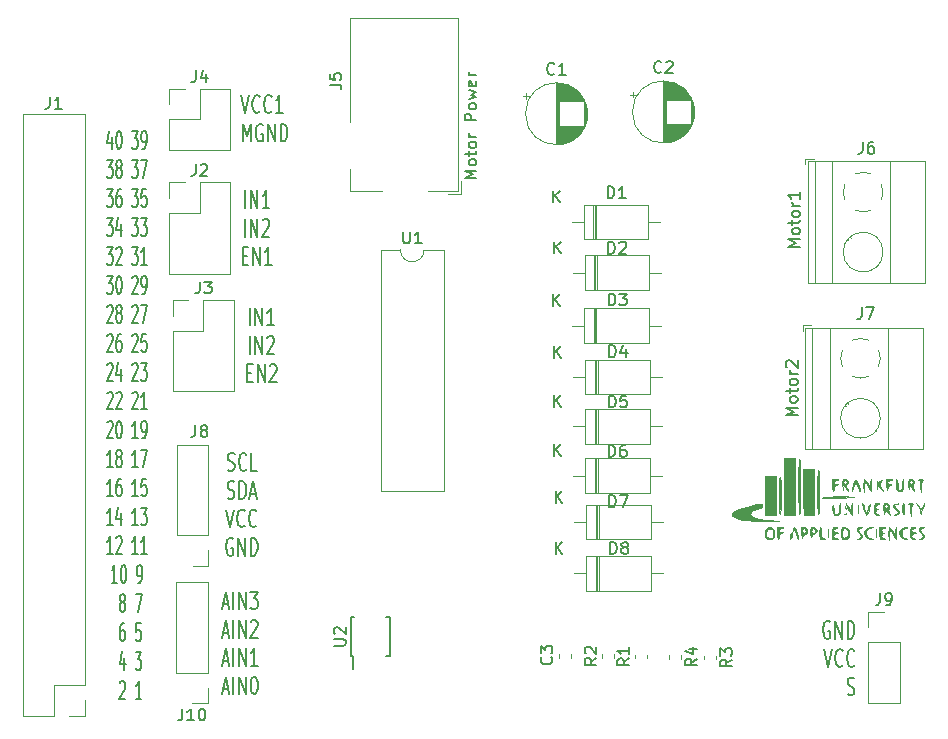
<source format=gbr>
%TF.GenerationSoftware,KiCad,Pcbnew,(5.1.6)-1*%
%TF.CreationDate,2021-05-08T17:05:46+02:00*%
%TF.ProjectId,nano1,6e616e6f-312e-46b6-9963-61645f706362,rev?*%
%TF.SameCoordinates,Original*%
%TF.FileFunction,Legend,Top*%
%TF.FilePolarity,Positive*%
%FSLAX46Y46*%
G04 Gerber Fmt 4.6, Leading zero omitted, Abs format (unit mm)*
G04 Created by KiCad (PCBNEW (5.1.6)-1) date 2021-05-08 17:05:46*
%MOMM*%
%LPD*%
G01*
G04 APERTURE LIST*
%ADD10C,0.150000*%
%ADD11C,0.200000*%
%ADD12C,0.010000*%
%ADD13C,0.120000*%
G04 APERTURE END LIST*
D10*
X116275818Y-43947491D02*
X116609151Y-45447491D01*
X116942484Y-43947491D01*
X117847246Y-45304634D02*
X117799627Y-45376062D01*
X117656770Y-45447491D01*
X117561532Y-45447491D01*
X117418675Y-45376062D01*
X117323437Y-45233205D01*
X117275818Y-45090348D01*
X117228199Y-44804634D01*
X117228199Y-44590348D01*
X117275818Y-44304634D01*
X117323437Y-44161777D01*
X117418675Y-44018920D01*
X117561532Y-43947491D01*
X117656770Y-43947491D01*
X117799627Y-44018920D01*
X117847246Y-44090348D01*
X118847246Y-45304634D02*
X118799627Y-45376062D01*
X118656770Y-45447491D01*
X118561532Y-45447491D01*
X118418675Y-45376062D01*
X118323437Y-45233205D01*
X118275818Y-45090348D01*
X118228199Y-44804634D01*
X118228199Y-44590348D01*
X118275818Y-44304634D01*
X118323437Y-44161777D01*
X118418675Y-44018920D01*
X118561532Y-43947491D01*
X118656770Y-43947491D01*
X118799627Y-44018920D01*
X118847246Y-44090348D01*
X119799627Y-45447491D02*
X119228199Y-45447491D01*
X119513913Y-45447491D02*
X119513913Y-43947491D01*
X119418675Y-44161777D01*
X119323437Y-44304634D01*
X119228199Y-44376062D01*
X116418675Y-47847491D02*
X116418675Y-46347491D01*
X116752008Y-47418920D01*
X117085341Y-46347491D01*
X117085341Y-47847491D01*
X118085341Y-46418920D02*
X117990103Y-46347491D01*
X117847246Y-46347491D01*
X117704389Y-46418920D01*
X117609151Y-46561777D01*
X117561532Y-46704634D01*
X117513913Y-46990348D01*
X117513913Y-47204634D01*
X117561532Y-47490348D01*
X117609151Y-47633205D01*
X117704389Y-47776062D01*
X117847246Y-47847491D01*
X117942484Y-47847491D01*
X118085341Y-47776062D01*
X118132960Y-47704634D01*
X118132960Y-47204634D01*
X117942484Y-47204634D01*
X118561532Y-47847491D02*
X118561532Y-46347491D01*
X119132960Y-47847491D01*
X119132960Y-46347491D01*
X119609151Y-47847491D02*
X119609151Y-46347491D01*
X119847246Y-46347491D01*
X119990103Y-46418920D01*
X120085341Y-46561777D01*
X120132960Y-46704634D01*
X120180580Y-46990348D01*
X120180580Y-47204634D01*
X120132960Y-47490348D01*
X120085341Y-47633205D01*
X119990103Y-47776062D01*
X119847246Y-47847491D01*
X119609151Y-47847491D01*
X166110225Y-88513520D02*
X166014987Y-88442091D01*
X165872130Y-88442091D01*
X165729273Y-88513520D01*
X165634035Y-88656377D01*
X165586416Y-88799234D01*
X165538797Y-89084948D01*
X165538797Y-89299234D01*
X165586416Y-89584948D01*
X165634035Y-89727805D01*
X165729273Y-89870662D01*
X165872130Y-89942091D01*
X165967368Y-89942091D01*
X166110225Y-89870662D01*
X166157844Y-89799234D01*
X166157844Y-89299234D01*
X165967368Y-89299234D01*
X166586416Y-89942091D02*
X166586416Y-88442091D01*
X167157844Y-89942091D01*
X167157844Y-88442091D01*
X167634035Y-89942091D02*
X167634035Y-88442091D01*
X167872130Y-88442091D01*
X168014987Y-88513520D01*
X168110225Y-88656377D01*
X168157844Y-88799234D01*
X168205463Y-89084948D01*
X168205463Y-89299234D01*
X168157844Y-89584948D01*
X168110225Y-89727805D01*
X168014987Y-89870662D01*
X167872130Y-89942091D01*
X167634035Y-89942091D01*
X165634035Y-90842091D02*
X165967368Y-92342091D01*
X166300701Y-90842091D01*
X167205463Y-92199234D02*
X167157844Y-92270662D01*
X167014987Y-92342091D01*
X166919749Y-92342091D01*
X166776892Y-92270662D01*
X166681654Y-92127805D01*
X166634035Y-91984948D01*
X166586416Y-91699234D01*
X166586416Y-91484948D01*
X166634035Y-91199234D01*
X166681654Y-91056377D01*
X166776892Y-90913520D01*
X166919749Y-90842091D01*
X167014987Y-90842091D01*
X167157844Y-90913520D01*
X167205463Y-90984948D01*
X168205463Y-92199234D02*
X168157844Y-92270662D01*
X168014987Y-92342091D01*
X167919749Y-92342091D01*
X167776892Y-92270662D01*
X167681654Y-92127805D01*
X167634035Y-91984948D01*
X167586416Y-91699234D01*
X167586416Y-91484948D01*
X167634035Y-91199234D01*
X167681654Y-91056377D01*
X167776892Y-90913520D01*
X167919749Y-90842091D01*
X168014987Y-90842091D01*
X168157844Y-90913520D01*
X168205463Y-90984948D01*
X167634035Y-94670662D02*
X167776892Y-94742091D01*
X168014987Y-94742091D01*
X168110225Y-94670662D01*
X168157844Y-94599234D01*
X168205463Y-94456377D01*
X168205463Y-94313520D01*
X168157844Y-94170662D01*
X168110225Y-94099234D01*
X168014987Y-94027805D01*
X167824511Y-93956377D01*
X167729273Y-93884948D01*
X167681654Y-93813520D01*
X167634035Y-93670662D01*
X167634035Y-93527805D01*
X167681654Y-93384948D01*
X167729273Y-93313520D01*
X167824511Y-93242091D01*
X168062606Y-93242091D01*
X168205463Y-93313520D01*
D11*
X105313641Y-47498171D02*
X105313641Y-48498171D01*
X105123165Y-46926742D02*
X104932689Y-47998171D01*
X105427927Y-47998171D01*
X105885070Y-46998171D02*
X105961260Y-46998171D01*
X106037451Y-47069600D01*
X106075546Y-47141028D01*
X106113641Y-47283885D01*
X106151737Y-47569600D01*
X106151737Y-47926742D01*
X106113641Y-48212457D01*
X106075546Y-48355314D01*
X106037451Y-48426742D01*
X105961260Y-48498171D01*
X105885070Y-48498171D01*
X105808880Y-48426742D01*
X105770784Y-48355314D01*
X105732689Y-48212457D01*
X105694594Y-47926742D01*
X105694594Y-47569600D01*
X105732689Y-47283885D01*
X105770784Y-47141028D01*
X105808880Y-47069600D01*
X105885070Y-46998171D01*
X107027927Y-46998171D02*
X107523165Y-46998171D01*
X107256499Y-47569600D01*
X107370784Y-47569600D01*
X107446975Y-47641028D01*
X107485070Y-47712457D01*
X107523165Y-47855314D01*
X107523165Y-48212457D01*
X107485070Y-48355314D01*
X107446975Y-48426742D01*
X107370784Y-48498171D01*
X107142213Y-48498171D01*
X107066022Y-48426742D01*
X107027927Y-48355314D01*
X107904118Y-48498171D02*
X108056499Y-48498171D01*
X108132689Y-48426742D01*
X108170784Y-48355314D01*
X108246975Y-48141028D01*
X108285070Y-47855314D01*
X108285070Y-47283885D01*
X108246975Y-47141028D01*
X108208880Y-47069600D01*
X108132689Y-46998171D01*
X107980308Y-46998171D01*
X107904118Y-47069600D01*
X107866022Y-47141028D01*
X107827927Y-47283885D01*
X107827927Y-47641028D01*
X107866022Y-47783885D01*
X107904118Y-47855314D01*
X107980308Y-47926742D01*
X108132689Y-47926742D01*
X108208880Y-47855314D01*
X108246975Y-47783885D01*
X108285070Y-47641028D01*
X104894594Y-49448171D02*
X105389832Y-49448171D01*
X105123165Y-50019600D01*
X105237451Y-50019600D01*
X105313641Y-50091028D01*
X105351737Y-50162457D01*
X105389832Y-50305314D01*
X105389832Y-50662457D01*
X105351737Y-50805314D01*
X105313641Y-50876742D01*
X105237451Y-50948171D01*
X105008880Y-50948171D01*
X104932689Y-50876742D01*
X104894594Y-50805314D01*
X105846975Y-50091028D02*
X105770784Y-50019600D01*
X105732689Y-49948171D01*
X105694594Y-49805314D01*
X105694594Y-49733885D01*
X105732689Y-49591028D01*
X105770784Y-49519600D01*
X105846975Y-49448171D01*
X105999356Y-49448171D01*
X106075546Y-49519600D01*
X106113641Y-49591028D01*
X106151737Y-49733885D01*
X106151737Y-49805314D01*
X106113641Y-49948171D01*
X106075546Y-50019600D01*
X105999356Y-50091028D01*
X105846975Y-50091028D01*
X105770784Y-50162457D01*
X105732689Y-50233885D01*
X105694594Y-50376742D01*
X105694594Y-50662457D01*
X105732689Y-50805314D01*
X105770784Y-50876742D01*
X105846975Y-50948171D01*
X105999356Y-50948171D01*
X106075546Y-50876742D01*
X106113641Y-50805314D01*
X106151737Y-50662457D01*
X106151737Y-50376742D01*
X106113641Y-50233885D01*
X106075546Y-50162457D01*
X105999356Y-50091028D01*
X107027927Y-49448171D02*
X107523165Y-49448171D01*
X107256499Y-50019600D01*
X107370784Y-50019600D01*
X107446975Y-50091028D01*
X107485070Y-50162457D01*
X107523165Y-50305314D01*
X107523165Y-50662457D01*
X107485070Y-50805314D01*
X107446975Y-50876742D01*
X107370784Y-50948171D01*
X107142213Y-50948171D01*
X107066022Y-50876742D01*
X107027927Y-50805314D01*
X107789832Y-49448171D02*
X108323165Y-49448171D01*
X107980308Y-50948171D01*
X104894594Y-51898171D02*
X105389832Y-51898171D01*
X105123165Y-52469600D01*
X105237451Y-52469600D01*
X105313641Y-52541028D01*
X105351737Y-52612457D01*
X105389832Y-52755314D01*
X105389832Y-53112457D01*
X105351737Y-53255314D01*
X105313641Y-53326742D01*
X105237451Y-53398171D01*
X105008880Y-53398171D01*
X104932689Y-53326742D01*
X104894594Y-53255314D01*
X106075546Y-51898171D02*
X105923165Y-51898171D01*
X105846975Y-51969600D01*
X105808880Y-52041028D01*
X105732689Y-52255314D01*
X105694594Y-52541028D01*
X105694594Y-53112457D01*
X105732689Y-53255314D01*
X105770784Y-53326742D01*
X105846975Y-53398171D01*
X105999356Y-53398171D01*
X106075546Y-53326742D01*
X106113641Y-53255314D01*
X106151737Y-53112457D01*
X106151737Y-52755314D01*
X106113641Y-52612457D01*
X106075546Y-52541028D01*
X105999356Y-52469600D01*
X105846975Y-52469600D01*
X105770784Y-52541028D01*
X105732689Y-52612457D01*
X105694594Y-52755314D01*
X107027927Y-51898171D02*
X107523165Y-51898171D01*
X107256499Y-52469600D01*
X107370784Y-52469600D01*
X107446975Y-52541028D01*
X107485070Y-52612457D01*
X107523165Y-52755314D01*
X107523165Y-53112457D01*
X107485070Y-53255314D01*
X107446975Y-53326742D01*
X107370784Y-53398171D01*
X107142213Y-53398171D01*
X107066022Y-53326742D01*
X107027927Y-53255314D01*
X108246975Y-51898171D02*
X107866022Y-51898171D01*
X107827927Y-52612457D01*
X107866022Y-52541028D01*
X107942213Y-52469600D01*
X108132689Y-52469600D01*
X108208880Y-52541028D01*
X108246975Y-52612457D01*
X108285070Y-52755314D01*
X108285070Y-53112457D01*
X108246975Y-53255314D01*
X108208880Y-53326742D01*
X108132689Y-53398171D01*
X107942213Y-53398171D01*
X107866022Y-53326742D01*
X107827927Y-53255314D01*
X104894594Y-54348171D02*
X105389832Y-54348171D01*
X105123165Y-54919600D01*
X105237451Y-54919600D01*
X105313641Y-54991028D01*
X105351737Y-55062457D01*
X105389832Y-55205314D01*
X105389832Y-55562457D01*
X105351737Y-55705314D01*
X105313641Y-55776742D01*
X105237451Y-55848171D01*
X105008880Y-55848171D01*
X104932689Y-55776742D01*
X104894594Y-55705314D01*
X106075546Y-54848171D02*
X106075546Y-55848171D01*
X105885070Y-54276742D02*
X105694594Y-55348171D01*
X106189832Y-55348171D01*
X107027927Y-54348171D02*
X107523165Y-54348171D01*
X107256499Y-54919600D01*
X107370784Y-54919600D01*
X107446975Y-54991028D01*
X107485070Y-55062457D01*
X107523165Y-55205314D01*
X107523165Y-55562457D01*
X107485070Y-55705314D01*
X107446975Y-55776742D01*
X107370784Y-55848171D01*
X107142213Y-55848171D01*
X107066022Y-55776742D01*
X107027927Y-55705314D01*
X107789832Y-54348171D02*
X108285070Y-54348171D01*
X108018403Y-54919600D01*
X108132689Y-54919600D01*
X108208880Y-54991028D01*
X108246975Y-55062457D01*
X108285070Y-55205314D01*
X108285070Y-55562457D01*
X108246975Y-55705314D01*
X108208880Y-55776742D01*
X108132689Y-55848171D01*
X107904118Y-55848171D01*
X107827927Y-55776742D01*
X107789832Y-55705314D01*
X104894594Y-56798171D02*
X105389832Y-56798171D01*
X105123165Y-57369600D01*
X105237451Y-57369600D01*
X105313641Y-57441028D01*
X105351737Y-57512457D01*
X105389832Y-57655314D01*
X105389832Y-58012457D01*
X105351737Y-58155314D01*
X105313641Y-58226742D01*
X105237451Y-58298171D01*
X105008880Y-58298171D01*
X104932689Y-58226742D01*
X104894594Y-58155314D01*
X105694594Y-56941028D02*
X105732689Y-56869600D01*
X105808880Y-56798171D01*
X105999356Y-56798171D01*
X106075546Y-56869600D01*
X106113641Y-56941028D01*
X106151737Y-57083885D01*
X106151737Y-57226742D01*
X106113641Y-57441028D01*
X105656499Y-58298171D01*
X106151737Y-58298171D01*
X107027927Y-56798171D02*
X107523165Y-56798171D01*
X107256499Y-57369600D01*
X107370784Y-57369600D01*
X107446975Y-57441028D01*
X107485070Y-57512457D01*
X107523165Y-57655314D01*
X107523165Y-58012457D01*
X107485070Y-58155314D01*
X107446975Y-58226742D01*
X107370784Y-58298171D01*
X107142213Y-58298171D01*
X107066022Y-58226742D01*
X107027927Y-58155314D01*
X108285070Y-58298171D02*
X107827927Y-58298171D01*
X108056499Y-58298171D02*
X108056499Y-56798171D01*
X107980308Y-57012457D01*
X107904118Y-57155314D01*
X107827927Y-57226742D01*
X104894594Y-59248171D02*
X105389832Y-59248171D01*
X105123165Y-59819600D01*
X105237451Y-59819600D01*
X105313641Y-59891028D01*
X105351737Y-59962457D01*
X105389832Y-60105314D01*
X105389832Y-60462457D01*
X105351737Y-60605314D01*
X105313641Y-60676742D01*
X105237451Y-60748171D01*
X105008880Y-60748171D01*
X104932689Y-60676742D01*
X104894594Y-60605314D01*
X105885070Y-59248171D02*
X105961260Y-59248171D01*
X106037451Y-59319600D01*
X106075546Y-59391028D01*
X106113641Y-59533885D01*
X106151737Y-59819600D01*
X106151737Y-60176742D01*
X106113641Y-60462457D01*
X106075546Y-60605314D01*
X106037451Y-60676742D01*
X105961260Y-60748171D01*
X105885070Y-60748171D01*
X105808880Y-60676742D01*
X105770784Y-60605314D01*
X105732689Y-60462457D01*
X105694594Y-60176742D01*
X105694594Y-59819600D01*
X105732689Y-59533885D01*
X105770784Y-59391028D01*
X105808880Y-59319600D01*
X105885070Y-59248171D01*
X107066022Y-59391028D02*
X107104118Y-59319600D01*
X107180308Y-59248171D01*
X107370784Y-59248171D01*
X107446975Y-59319600D01*
X107485070Y-59391028D01*
X107523165Y-59533885D01*
X107523165Y-59676742D01*
X107485070Y-59891028D01*
X107027927Y-60748171D01*
X107523165Y-60748171D01*
X107904118Y-60748171D02*
X108056499Y-60748171D01*
X108132689Y-60676742D01*
X108170784Y-60605314D01*
X108246975Y-60391028D01*
X108285070Y-60105314D01*
X108285070Y-59533885D01*
X108246975Y-59391028D01*
X108208880Y-59319600D01*
X108132689Y-59248171D01*
X107980308Y-59248171D01*
X107904118Y-59319600D01*
X107866022Y-59391028D01*
X107827927Y-59533885D01*
X107827927Y-59891028D01*
X107866022Y-60033885D01*
X107904118Y-60105314D01*
X107980308Y-60176742D01*
X108132689Y-60176742D01*
X108208880Y-60105314D01*
X108246975Y-60033885D01*
X108285070Y-59891028D01*
X104932689Y-61841028D02*
X104970784Y-61769600D01*
X105046975Y-61698171D01*
X105237451Y-61698171D01*
X105313641Y-61769600D01*
X105351737Y-61841028D01*
X105389832Y-61983885D01*
X105389832Y-62126742D01*
X105351737Y-62341028D01*
X104894594Y-63198171D01*
X105389832Y-63198171D01*
X105846975Y-62341028D02*
X105770784Y-62269600D01*
X105732689Y-62198171D01*
X105694594Y-62055314D01*
X105694594Y-61983885D01*
X105732689Y-61841028D01*
X105770784Y-61769600D01*
X105846975Y-61698171D01*
X105999356Y-61698171D01*
X106075546Y-61769600D01*
X106113641Y-61841028D01*
X106151737Y-61983885D01*
X106151737Y-62055314D01*
X106113641Y-62198171D01*
X106075546Y-62269600D01*
X105999356Y-62341028D01*
X105846975Y-62341028D01*
X105770784Y-62412457D01*
X105732689Y-62483885D01*
X105694594Y-62626742D01*
X105694594Y-62912457D01*
X105732689Y-63055314D01*
X105770784Y-63126742D01*
X105846975Y-63198171D01*
X105999356Y-63198171D01*
X106075546Y-63126742D01*
X106113641Y-63055314D01*
X106151737Y-62912457D01*
X106151737Y-62626742D01*
X106113641Y-62483885D01*
X106075546Y-62412457D01*
X105999356Y-62341028D01*
X107066022Y-61841028D02*
X107104118Y-61769600D01*
X107180308Y-61698171D01*
X107370784Y-61698171D01*
X107446975Y-61769600D01*
X107485070Y-61841028D01*
X107523165Y-61983885D01*
X107523165Y-62126742D01*
X107485070Y-62341028D01*
X107027927Y-63198171D01*
X107523165Y-63198171D01*
X107789832Y-61698171D02*
X108323165Y-61698171D01*
X107980308Y-63198171D01*
X104932689Y-64291028D02*
X104970784Y-64219600D01*
X105046975Y-64148171D01*
X105237451Y-64148171D01*
X105313641Y-64219600D01*
X105351737Y-64291028D01*
X105389832Y-64433885D01*
X105389832Y-64576742D01*
X105351737Y-64791028D01*
X104894594Y-65648171D01*
X105389832Y-65648171D01*
X106075546Y-64148171D02*
X105923165Y-64148171D01*
X105846975Y-64219600D01*
X105808880Y-64291028D01*
X105732689Y-64505314D01*
X105694594Y-64791028D01*
X105694594Y-65362457D01*
X105732689Y-65505314D01*
X105770784Y-65576742D01*
X105846975Y-65648171D01*
X105999356Y-65648171D01*
X106075546Y-65576742D01*
X106113641Y-65505314D01*
X106151737Y-65362457D01*
X106151737Y-65005314D01*
X106113641Y-64862457D01*
X106075546Y-64791028D01*
X105999356Y-64719600D01*
X105846975Y-64719600D01*
X105770784Y-64791028D01*
X105732689Y-64862457D01*
X105694594Y-65005314D01*
X107066022Y-64291028D02*
X107104118Y-64219600D01*
X107180308Y-64148171D01*
X107370784Y-64148171D01*
X107446975Y-64219600D01*
X107485070Y-64291028D01*
X107523165Y-64433885D01*
X107523165Y-64576742D01*
X107485070Y-64791028D01*
X107027927Y-65648171D01*
X107523165Y-65648171D01*
X108246975Y-64148171D02*
X107866022Y-64148171D01*
X107827927Y-64862457D01*
X107866022Y-64791028D01*
X107942213Y-64719600D01*
X108132689Y-64719600D01*
X108208880Y-64791028D01*
X108246975Y-64862457D01*
X108285070Y-65005314D01*
X108285070Y-65362457D01*
X108246975Y-65505314D01*
X108208880Y-65576742D01*
X108132689Y-65648171D01*
X107942213Y-65648171D01*
X107866022Y-65576742D01*
X107827927Y-65505314D01*
X104932689Y-66741028D02*
X104970784Y-66669600D01*
X105046975Y-66598171D01*
X105237451Y-66598171D01*
X105313641Y-66669600D01*
X105351737Y-66741028D01*
X105389832Y-66883885D01*
X105389832Y-67026742D01*
X105351737Y-67241028D01*
X104894594Y-68098171D01*
X105389832Y-68098171D01*
X106075546Y-67098171D02*
X106075546Y-68098171D01*
X105885070Y-66526742D02*
X105694594Y-67598171D01*
X106189832Y-67598171D01*
X107066022Y-66741028D02*
X107104118Y-66669600D01*
X107180308Y-66598171D01*
X107370784Y-66598171D01*
X107446975Y-66669600D01*
X107485070Y-66741028D01*
X107523165Y-66883885D01*
X107523165Y-67026742D01*
X107485070Y-67241028D01*
X107027927Y-68098171D01*
X107523165Y-68098171D01*
X107789832Y-66598171D02*
X108285070Y-66598171D01*
X108018403Y-67169600D01*
X108132689Y-67169600D01*
X108208880Y-67241028D01*
X108246975Y-67312457D01*
X108285070Y-67455314D01*
X108285070Y-67812457D01*
X108246975Y-67955314D01*
X108208880Y-68026742D01*
X108132689Y-68098171D01*
X107904118Y-68098171D01*
X107827927Y-68026742D01*
X107789832Y-67955314D01*
X104932689Y-69191028D02*
X104970784Y-69119600D01*
X105046975Y-69048171D01*
X105237451Y-69048171D01*
X105313641Y-69119600D01*
X105351737Y-69191028D01*
X105389832Y-69333885D01*
X105389832Y-69476742D01*
X105351737Y-69691028D01*
X104894594Y-70548171D01*
X105389832Y-70548171D01*
X105694594Y-69191028D02*
X105732689Y-69119600D01*
X105808880Y-69048171D01*
X105999356Y-69048171D01*
X106075546Y-69119600D01*
X106113641Y-69191028D01*
X106151737Y-69333885D01*
X106151737Y-69476742D01*
X106113641Y-69691028D01*
X105656499Y-70548171D01*
X106151737Y-70548171D01*
X107066022Y-69191028D02*
X107104118Y-69119600D01*
X107180308Y-69048171D01*
X107370784Y-69048171D01*
X107446975Y-69119600D01*
X107485070Y-69191028D01*
X107523165Y-69333885D01*
X107523165Y-69476742D01*
X107485070Y-69691028D01*
X107027927Y-70548171D01*
X107523165Y-70548171D01*
X108285070Y-70548171D02*
X107827927Y-70548171D01*
X108056499Y-70548171D02*
X108056499Y-69048171D01*
X107980308Y-69262457D01*
X107904118Y-69405314D01*
X107827927Y-69476742D01*
X104932689Y-71641028D02*
X104970784Y-71569600D01*
X105046975Y-71498171D01*
X105237451Y-71498171D01*
X105313641Y-71569600D01*
X105351737Y-71641028D01*
X105389832Y-71783885D01*
X105389832Y-71926742D01*
X105351737Y-72141028D01*
X104894594Y-72998171D01*
X105389832Y-72998171D01*
X105885070Y-71498171D02*
X105961260Y-71498171D01*
X106037451Y-71569600D01*
X106075546Y-71641028D01*
X106113641Y-71783885D01*
X106151737Y-72069600D01*
X106151737Y-72426742D01*
X106113641Y-72712457D01*
X106075546Y-72855314D01*
X106037451Y-72926742D01*
X105961260Y-72998171D01*
X105885070Y-72998171D01*
X105808880Y-72926742D01*
X105770784Y-72855314D01*
X105732689Y-72712457D01*
X105694594Y-72426742D01*
X105694594Y-72069600D01*
X105732689Y-71783885D01*
X105770784Y-71641028D01*
X105808880Y-71569600D01*
X105885070Y-71498171D01*
X107523165Y-72998171D02*
X107066022Y-72998171D01*
X107294594Y-72998171D02*
X107294594Y-71498171D01*
X107218403Y-71712457D01*
X107142213Y-71855314D01*
X107066022Y-71926742D01*
X107904118Y-72998171D02*
X108056499Y-72998171D01*
X108132689Y-72926742D01*
X108170784Y-72855314D01*
X108246975Y-72641028D01*
X108285070Y-72355314D01*
X108285070Y-71783885D01*
X108246975Y-71641028D01*
X108208880Y-71569600D01*
X108132689Y-71498171D01*
X107980308Y-71498171D01*
X107904118Y-71569600D01*
X107866022Y-71641028D01*
X107827927Y-71783885D01*
X107827927Y-72141028D01*
X107866022Y-72283885D01*
X107904118Y-72355314D01*
X107980308Y-72426742D01*
X108132689Y-72426742D01*
X108208880Y-72355314D01*
X108246975Y-72283885D01*
X108285070Y-72141028D01*
X105389832Y-75448171D02*
X104932689Y-75448171D01*
X105161260Y-75448171D02*
X105161260Y-73948171D01*
X105085070Y-74162457D01*
X105008880Y-74305314D01*
X104932689Y-74376742D01*
X105846975Y-74591028D02*
X105770784Y-74519600D01*
X105732689Y-74448171D01*
X105694594Y-74305314D01*
X105694594Y-74233885D01*
X105732689Y-74091028D01*
X105770784Y-74019600D01*
X105846975Y-73948171D01*
X105999356Y-73948171D01*
X106075546Y-74019600D01*
X106113641Y-74091028D01*
X106151737Y-74233885D01*
X106151737Y-74305314D01*
X106113641Y-74448171D01*
X106075546Y-74519600D01*
X105999356Y-74591028D01*
X105846975Y-74591028D01*
X105770784Y-74662457D01*
X105732689Y-74733885D01*
X105694594Y-74876742D01*
X105694594Y-75162457D01*
X105732689Y-75305314D01*
X105770784Y-75376742D01*
X105846975Y-75448171D01*
X105999356Y-75448171D01*
X106075546Y-75376742D01*
X106113641Y-75305314D01*
X106151737Y-75162457D01*
X106151737Y-74876742D01*
X106113641Y-74733885D01*
X106075546Y-74662457D01*
X105999356Y-74591028D01*
X107523165Y-75448171D02*
X107066022Y-75448171D01*
X107294594Y-75448171D02*
X107294594Y-73948171D01*
X107218403Y-74162457D01*
X107142213Y-74305314D01*
X107066022Y-74376742D01*
X107789832Y-73948171D02*
X108323165Y-73948171D01*
X107980308Y-75448171D01*
X105389832Y-77898171D02*
X104932689Y-77898171D01*
X105161260Y-77898171D02*
X105161260Y-76398171D01*
X105085070Y-76612457D01*
X105008880Y-76755314D01*
X104932689Y-76826742D01*
X106075546Y-76398171D02*
X105923165Y-76398171D01*
X105846975Y-76469600D01*
X105808880Y-76541028D01*
X105732689Y-76755314D01*
X105694594Y-77041028D01*
X105694594Y-77612457D01*
X105732689Y-77755314D01*
X105770784Y-77826742D01*
X105846975Y-77898171D01*
X105999356Y-77898171D01*
X106075546Y-77826742D01*
X106113641Y-77755314D01*
X106151737Y-77612457D01*
X106151737Y-77255314D01*
X106113641Y-77112457D01*
X106075546Y-77041028D01*
X105999356Y-76969600D01*
X105846975Y-76969600D01*
X105770784Y-77041028D01*
X105732689Y-77112457D01*
X105694594Y-77255314D01*
X107523165Y-77898171D02*
X107066022Y-77898171D01*
X107294594Y-77898171D02*
X107294594Y-76398171D01*
X107218403Y-76612457D01*
X107142213Y-76755314D01*
X107066022Y-76826742D01*
X108246975Y-76398171D02*
X107866022Y-76398171D01*
X107827927Y-77112457D01*
X107866022Y-77041028D01*
X107942213Y-76969600D01*
X108132689Y-76969600D01*
X108208880Y-77041028D01*
X108246975Y-77112457D01*
X108285070Y-77255314D01*
X108285070Y-77612457D01*
X108246975Y-77755314D01*
X108208880Y-77826742D01*
X108132689Y-77898171D01*
X107942213Y-77898171D01*
X107866022Y-77826742D01*
X107827927Y-77755314D01*
X105389832Y-80348171D02*
X104932689Y-80348171D01*
X105161260Y-80348171D02*
X105161260Y-78848171D01*
X105085070Y-79062457D01*
X105008880Y-79205314D01*
X104932689Y-79276742D01*
X106075546Y-79348171D02*
X106075546Y-80348171D01*
X105885070Y-78776742D02*
X105694594Y-79848171D01*
X106189832Y-79848171D01*
X107523165Y-80348171D02*
X107066022Y-80348171D01*
X107294594Y-80348171D02*
X107294594Y-78848171D01*
X107218403Y-79062457D01*
X107142213Y-79205314D01*
X107066022Y-79276742D01*
X107789832Y-78848171D02*
X108285070Y-78848171D01*
X108018403Y-79419600D01*
X108132689Y-79419600D01*
X108208880Y-79491028D01*
X108246975Y-79562457D01*
X108285070Y-79705314D01*
X108285070Y-80062457D01*
X108246975Y-80205314D01*
X108208880Y-80276742D01*
X108132689Y-80348171D01*
X107904118Y-80348171D01*
X107827927Y-80276742D01*
X107789832Y-80205314D01*
X105389832Y-82798171D02*
X104932689Y-82798171D01*
X105161260Y-82798171D02*
X105161260Y-81298171D01*
X105085070Y-81512457D01*
X105008880Y-81655314D01*
X104932689Y-81726742D01*
X105694594Y-81441028D02*
X105732689Y-81369600D01*
X105808880Y-81298171D01*
X105999356Y-81298171D01*
X106075546Y-81369600D01*
X106113641Y-81441028D01*
X106151737Y-81583885D01*
X106151737Y-81726742D01*
X106113641Y-81941028D01*
X105656499Y-82798171D01*
X106151737Y-82798171D01*
X107523165Y-82798171D02*
X107066022Y-82798171D01*
X107294594Y-82798171D02*
X107294594Y-81298171D01*
X107218403Y-81512457D01*
X107142213Y-81655314D01*
X107066022Y-81726742D01*
X108285070Y-82798171D02*
X107827927Y-82798171D01*
X108056499Y-82798171D02*
X108056499Y-81298171D01*
X107980308Y-81512457D01*
X107904118Y-81655314D01*
X107827927Y-81726742D01*
X105770784Y-85248171D02*
X105313641Y-85248171D01*
X105542213Y-85248171D02*
X105542213Y-83748171D01*
X105466022Y-83962457D01*
X105389832Y-84105314D01*
X105313641Y-84176742D01*
X106266022Y-83748171D02*
X106342213Y-83748171D01*
X106418403Y-83819600D01*
X106456499Y-83891028D01*
X106494594Y-84033885D01*
X106532689Y-84319600D01*
X106532689Y-84676742D01*
X106494594Y-84962457D01*
X106456499Y-85105314D01*
X106418403Y-85176742D01*
X106342213Y-85248171D01*
X106266022Y-85248171D01*
X106189832Y-85176742D01*
X106151737Y-85105314D01*
X106113641Y-84962457D01*
X106075546Y-84676742D01*
X106075546Y-84319600D01*
X106113641Y-84033885D01*
X106151737Y-83891028D01*
X106189832Y-83819600D01*
X106266022Y-83748171D01*
X107523165Y-85248171D02*
X107675546Y-85248171D01*
X107751737Y-85176742D01*
X107789832Y-85105314D01*
X107866022Y-84891028D01*
X107904118Y-84605314D01*
X107904118Y-84033885D01*
X107866022Y-83891028D01*
X107827927Y-83819600D01*
X107751737Y-83748171D01*
X107599356Y-83748171D01*
X107523165Y-83819600D01*
X107485070Y-83891028D01*
X107446975Y-84033885D01*
X107446975Y-84391028D01*
X107485070Y-84533885D01*
X107523165Y-84605314D01*
X107599356Y-84676742D01*
X107751737Y-84676742D01*
X107827927Y-84605314D01*
X107866022Y-84533885D01*
X107904118Y-84391028D01*
X106151737Y-86841028D02*
X106075546Y-86769600D01*
X106037451Y-86698171D01*
X105999356Y-86555314D01*
X105999356Y-86483885D01*
X106037451Y-86341028D01*
X106075546Y-86269600D01*
X106151737Y-86198171D01*
X106304118Y-86198171D01*
X106380308Y-86269600D01*
X106418403Y-86341028D01*
X106456499Y-86483885D01*
X106456499Y-86555314D01*
X106418403Y-86698171D01*
X106380308Y-86769600D01*
X106304118Y-86841028D01*
X106151737Y-86841028D01*
X106075546Y-86912457D01*
X106037451Y-86983885D01*
X105999356Y-87126742D01*
X105999356Y-87412457D01*
X106037451Y-87555314D01*
X106075546Y-87626742D01*
X106151737Y-87698171D01*
X106304118Y-87698171D01*
X106380308Y-87626742D01*
X106418403Y-87555314D01*
X106456499Y-87412457D01*
X106456499Y-87126742D01*
X106418403Y-86983885D01*
X106380308Y-86912457D01*
X106304118Y-86841028D01*
X107332689Y-86198171D02*
X107866022Y-86198171D01*
X107523165Y-87698171D01*
X106380308Y-88648171D02*
X106227927Y-88648171D01*
X106151737Y-88719600D01*
X106113641Y-88791028D01*
X106037451Y-89005314D01*
X105999356Y-89291028D01*
X105999356Y-89862457D01*
X106037451Y-90005314D01*
X106075546Y-90076742D01*
X106151737Y-90148171D01*
X106304118Y-90148171D01*
X106380308Y-90076742D01*
X106418403Y-90005314D01*
X106456499Y-89862457D01*
X106456499Y-89505314D01*
X106418403Y-89362457D01*
X106380308Y-89291028D01*
X106304118Y-89219600D01*
X106151737Y-89219600D01*
X106075546Y-89291028D01*
X106037451Y-89362457D01*
X105999356Y-89505314D01*
X107789832Y-88648171D02*
X107408880Y-88648171D01*
X107370784Y-89362457D01*
X107408880Y-89291028D01*
X107485070Y-89219600D01*
X107675546Y-89219600D01*
X107751737Y-89291028D01*
X107789832Y-89362457D01*
X107827927Y-89505314D01*
X107827927Y-89862457D01*
X107789832Y-90005314D01*
X107751737Y-90076742D01*
X107675546Y-90148171D01*
X107485070Y-90148171D01*
X107408880Y-90076742D01*
X107370784Y-90005314D01*
X106380308Y-91598171D02*
X106380308Y-92598171D01*
X106189832Y-91026742D02*
X105999356Y-92098171D01*
X106494594Y-92098171D01*
X107332689Y-91098171D02*
X107827927Y-91098171D01*
X107561260Y-91669600D01*
X107675546Y-91669600D01*
X107751737Y-91741028D01*
X107789832Y-91812457D01*
X107827927Y-91955314D01*
X107827927Y-92312457D01*
X107789832Y-92455314D01*
X107751737Y-92526742D01*
X107675546Y-92598171D01*
X107446975Y-92598171D01*
X107370784Y-92526742D01*
X107332689Y-92455314D01*
X105999356Y-93691028D02*
X106037451Y-93619600D01*
X106113641Y-93548171D01*
X106304118Y-93548171D01*
X106380308Y-93619600D01*
X106418403Y-93691028D01*
X106456499Y-93833885D01*
X106456499Y-93976742D01*
X106418403Y-94191028D01*
X105961260Y-95048171D01*
X106456499Y-95048171D01*
X107827927Y-95048171D02*
X107370784Y-95048171D01*
X107599356Y-95048171D02*
X107599356Y-93548171D01*
X107523165Y-93762457D01*
X107446975Y-93905314D01*
X107370784Y-93976742D01*
D10*
X114713569Y-87033360D02*
X115189760Y-87033360D01*
X114618331Y-87461931D02*
X114951664Y-85961931D01*
X115284998Y-87461931D01*
X115618331Y-87461931D02*
X115618331Y-85961931D01*
X116094521Y-87461931D02*
X116094521Y-85961931D01*
X116665950Y-87461931D01*
X116665950Y-85961931D01*
X117046902Y-85961931D02*
X117665950Y-85961931D01*
X117332617Y-86533360D01*
X117475474Y-86533360D01*
X117570712Y-86604788D01*
X117618331Y-86676217D01*
X117665950Y-86819074D01*
X117665950Y-87176217D01*
X117618331Y-87319074D01*
X117570712Y-87390502D01*
X117475474Y-87461931D01*
X117189760Y-87461931D01*
X117094521Y-87390502D01*
X117046902Y-87319074D01*
X114713569Y-89433360D02*
X115189760Y-89433360D01*
X114618331Y-89861931D02*
X114951664Y-88361931D01*
X115284998Y-89861931D01*
X115618331Y-89861931D02*
X115618331Y-88361931D01*
X116094521Y-89861931D02*
X116094521Y-88361931D01*
X116665950Y-89861931D01*
X116665950Y-88361931D01*
X117094521Y-88504788D02*
X117142140Y-88433360D01*
X117237379Y-88361931D01*
X117475474Y-88361931D01*
X117570712Y-88433360D01*
X117618331Y-88504788D01*
X117665950Y-88647645D01*
X117665950Y-88790502D01*
X117618331Y-89004788D01*
X117046902Y-89861931D01*
X117665950Y-89861931D01*
X114713569Y-91833360D02*
X115189760Y-91833360D01*
X114618331Y-92261931D02*
X114951664Y-90761931D01*
X115284998Y-92261931D01*
X115618331Y-92261931D02*
X115618331Y-90761931D01*
X116094521Y-92261931D02*
X116094521Y-90761931D01*
X116665950Y-92261931D01*
X116665950Y-90761931D01*
X117665950Y-92261931D02*
X117094521Y-92261931D01*
X117380236Y-92261931D02*
X117380236Y-90761931D01*
X117284998Y-90976217D01*
X117189760Y-91119074D01*
X117094521Y-91190502D01*
X114713569Y-94233360D02*
X115189760Y-94233360D01*
X114618331Y-94661931D02*
X114951664Y-93161931D01*
X115284998Y-94661931D01*
X115618331Y-94661931D02*
X115618331Y-93161931D01*
X116094521Y-94661931D02*
X116094521Y-93161931D01*
X116665950Y-94661931D01*
X116665950Y-93161931D01*
X117332617Y-93161931D02*
X117427855Y-93161931D01*
X117523093Y-93233360D01*
X117570712Y-93304788D01*
X117618331Y-93447645D01*
X117665950Y-93733360D01*
X117665950Y-94090502D01*
X117618331Y-94376217D01*
X117570712Y-94519074D01*
X117523093Y-94590502D01*
X117427855Y-94661931D01*
X117332617Y-94661931D01*
X117237379Y-94590502D01*
X117189760Y-94519074D01*
X117142140Y-94376217D01*
X117094521Y-94090502D01*
X117094521Y-93733360D01*
X117142140Y-93447645D01*
X117189760Y-93304788D01*
X117237379Y-93233360D01*
X117332617Y-93161931D01*
X115146603Y-75645542D02*
X115289460Y-75716971D01*
X115527556Y-75716971D01*
X115622794Y-75645542D01*
X115670413Y-75574114D01*
X115718032Y-75431257D01*
X115718032Y-75288400D01*
X115670413Y-75145542D01*
X115622794Y-75074114D01*
X115527556Y-75002685D01*
X115337080Y-74931257D01*
X115241841Y-74859828D01*
X115194222Y-74788400D01*
X115146603Y-74645542D01*
X115146603Y-74502685D01*
X115194222Y-74359828D01*
X115241841Y-74288400D01*
X115337080Y-74216971D01*
X115575175Y-74216971D01*
X115718032Y-74288400D01*
X116718032Y-75574114D02*
X116670413Y-75645542D01*
X116527556Y-75716971D01*
X116432318Y-75716971D01*
X116289460Y-75645542D01*
X116194222Y-75502685D01*
X116146603Y-75359828D01*
X116098984Y-75074114D01*
X116098984Y-74859828D01*
X116146603Y-74574114D01*
X116194222Y-74431257D01*
X116289460Y-74288400D01*
X116432318Y-74216971D01*
X116527556Y-74216971D01*
X116670413Y-74288400D01*
X116718032Y-74359828D01*
X117622794Y-75716971D02*
X117146603Y-75716971D01*
X117146603Y-74216971D01*
X115122794Y-78045542D02*
X115265651Y-78116971D01*
X115503746Y-78116971D01*
X115598984Y-78045542D01*
X115646603Y-77974114D01*
X115694222Y-77831257D01*
X115694222Y-77688400D01*
X115646603Y-77545542D01*
X115598984Y-77474114D01*
X115503746Y-77402685D01*
X115313270Y-77331257D01*
X115218032Y-77259828D01*
X115170413Y-77188400D01*
X115122794Y-77045542D01*
X115122794Y-76902685D01*
X115170413Y-76759828D01*
X115218032Y-76688400D01*
X115313270Y-76616971D01*
X115551365Y-76616971D01*
X115694222Y-76688400D01*
X116122794Y-78116971D02*
X116122794Y-76616971D01*
X116360889Y-76616971D01*
X116503746Y-76688400D01*
X116598984Y-76831257D01*
X116646603Y-76974114D01*
X116694222Y-77259828D01*
X116694222Y-77474114D01*
X116646603Y-77759828D01*
X116598984Y-77902685D01*
X116503746Y-78045542D01*
X116360889Y-78116971D01*
X116122794Y-78116971D01*
X117075175Y-77688400D02*
X117551365Y-77688400D01*
X116979937Y-78116971D02*
X117313270Y-76616971D01*
X117646603Y-78116971D01*
X115003746Y-79016971D02*
X115337080Y-80516971D01*
X115670413Y-79016971D01*
X116575175Y-80374114D02*
X116527556Y-80445542D01*
X116384699Y-80516971D01*
X116289460Y-80516971D01*
X116146603Y-80445542D01*
X116051365Y-80302685D01*
X116003746Y-80159828D01*
X115956127Y-79874114D01*
X115956127Y-79659828D01*
X116003746Y-79374114D01*
X116051365Y-79231257D01*
X116146603Y-79088400D01*
X116289460Y-79016971D01*
X116384699Y-79016971D01*
X116527556Y-79088400D01*
X116575175Y-79159828D01*
X117575175Y-80374114D02*
X117527556Y-80445542D01*
X117384699Y-80516971D01*
X117289460Y-80516971D01*
X117146603Y-80445542D01*
X117051365Y-80302685D01*
X117003746Y-80159828D01*
X116956127Y-79874114D01*
X116956127Y-79659828D01*
X117003746Y-79374114D01*
X117051365Y-79231257D01*
X117146603Y-79088400D01*
X117289460Y-79016971D01*
X117384699Y-79016971D01*
X117527556Y-79088400D01*
X117575175Y-79159828D01*
X115575175Y-81488400D02*
X115479937Y-81416971D01*
X115337080Y-81416971D01*
X115194222Y-81488400D01*
X115098984Y-81631257D01*
X115051365Y-81774114D01*
X115003746Y-82059828D01*
X115003746Y-82274114D01*
X115051365Y-82559828D01*
X115098984Y-82702685D01*
X115194222Y-82845542D01*
X115337080Y-82916971D01*
X115432318Y-82916971D01*
X115575175Y-82845542D01*
X115622794Y-82774114D01*
X115622794Y-82274114D01*
X115432318Y-82274114D01*
X116051365Y-82916971D02*
X116051365Y-81416971D01*
X116622794Y-82916971D01*
X116622794Y-81416971D01*
X117098984Y-82916971D02*
X117098984Y-81416971D01*
X117337080Y-81416971D01*
X117479937Y-81488400D01*
X117575175Y-81631257D01*
X117622794Y-81774114D01*
X117670413Y-82059828D01*
X117670413Y-82274114D01*
X117622794Y-82559828D01*
X117575175Y-82702685D01*
X117479937Y-82845542D01*
X117337080Y-82916971D01*
X117098984Y-82916971D01*
X117013480Y-63424491D02*
X117013480Y-61924491D01*
X117489670Y-63424491D02*
X117489670Y-61924491D01*
X118061099Y-63424491D01*
X118061099Y-61924491D01*
X119061099Y-63424491D02*
X118489670Y-63424491D01*
X118775384Y-63424491D02*
X118775384Y-61924491D01*
X118680146Y-62138777D01*
X118584908Y-62281634D01*
X118489670Y-62353062D01*
X117013480Y-65824491D02*
X117013480Y-64324491D01*
X117489670Y-65824491D02*
X117489670Y-64324491D01*
X118061099Y-65824491D01*
X118061099Y-64324491D01*
X118489670Y-64467348D02*
X118537289Y-64395920D01*
X118632527Y-64324491D01*
X118870622Y-64324491D01*
X118965860Y-64395920D01*
X119013480Y-64467348D01*
X119061099Y-64610205D01*
X119061099Y-64753062D01*
X119013480Y-64967348D01*
X118442051Y-65824491D01*
X119061099Y-65824491D01*
X116799194Y-67438777D02*
X117132527Y-67438777D01*
X117275384Y-68224491D02*
X116799194Y-68224491D01*
X116799194Y-66724491D01*
X117275384Y-66724491D01*
X117703956Y-68224491D02*
X117703956Y-66724491D01*
X118275384Y-68224491D01*
X118275384Y-66724491D01*
X118703956Y-66867348D02*
X118751575Y-66795920D01*
X118846813Y-66724491D01*
X119084908Y-66724491D01*
X119180146Y-66795920D01*
X119227765Y-66867348D01*
X119275384Y-67010205D01*
X119275384Y-67153062D01*
X119227765Y-67367348D01*
X118656337Y-68224491D01*
X119275384Y-68224491D01*
X116612160Y-53503251D02*
X116612160Y-52003251D01*
X117088350Y-53503251D02*
X117088350Y-52003251D01*
X117659779Y-53503251D01*
X117659779Y-52003251D01*
X118659779Y-53503251D02*
X118088350Y-53503251D01*
X118374064Y-53503251D02*
X118374064Y-52003251D01*
X118278826Y-52217537D01*
X118183588Y-52360394D01*
X118088350Y-52431822D01*
X116612160Y-55903251D02*
X116612160Y-54403251D01*
X117088350Y-55903251D02*
X117088350Y-54403251D01*
X117659779Y-55903251D01*
X117659779Y-54403251D01*
X118088350Y-54546108D02*
X118135969Y-54474680D01*
X118231207Y-54403251D01*
X118469302Y-54403251D01*
X118564540Y-54474680D01*
X118612160Y-54546108D01*
X118659779Y-54688965D01*
X118659779Y-54831822D01*
X118612160Y-55046108D01*
X118040731Y-55903251D01*
X118659779Y-55903251D01*
X116397874Y-57517537D02*
X116731207Y-57517537D01*
X116874064Y-58303251D02*
X116397874Y-58303251D01*
X116397874Y-56803251D01*
X116874064Y-56803251D01*
X117302636Y-58303251D02*
X117302636Y-56803251D01*
X117874064Y-58303251D01*
X117874064Y-56803251D01*
X118874064Y-58303251D02*
X118302636Y-58303251D01*
X118588350Y-58303251D02*
X118588350Y-56803251D01*
X118493112Y-57017537D01*
X118397874Y-57160394D01*
X118302636Y-57231822D01*
D12*
%TO.C,G\u002A\u002A\u002A*%
G36*
X161154772Y-80532888D02*
G01*
X161334768Y-80642853D01*
X161417475Y-80847984D01*
X161426904Y-81114508D01*
X161363922Y-81351582D01*
X161327462Y-81407789D01*
X161144346Y-81513111D01*
X160918325Y-81508313D01*
X160735923Y-81397409D01*
X160662317Y-81220858D01*
X160751399Y-81220858D01*
X160821636Y-81383247D01*
X160979334Y-81433358D01*
X161056685Y-81428757D01*
X161200837Y-81397161D01*
X161268925Y-81313670D01*
X161289068Y-81129133D01*
X161290000Y-81020920D01*
X161282637Y-80786637D01*
X161240124Y-80675673D01*
X161131824Y-80642074D01*
X161036000Y-80639920D01*
X160859840Y-80660443D01*
X160781613Y-80756658D01*
X160754868Y-80923147D01*
X160751399Y-81220858D01*
X160662317Y-81220858D01*
X160644878Y-81179031D01*
X160637936Y-80906552D01*
X160715095Y-80672841D01*
X160735923Y-80644432D01*
X160925414Y-80531140D01*
X161154772Y-80532888D01*
G37*
X161154772Y-80532888D02*
X161334768Y-80642853D01*
X161417475Y-80847984D01*
X161426904Y-81114508D01*
X161363922Y-81351582D01*
X161327462Y-81407789D01*
X161144346Y-81513111D01*
X160918325Y-81508313D01*
X160735923Y-81397409D01*
X160662317Y-81220858D01*
X160751399Y-81220858D01*
X160821636Y-81383247D01*
X160979334Y-81433358D01*
X161056685Y-81428757D01*
X161200837Y-81397161D01*
X161268925Y-81313670D01*
X161289068Y-81129133D01*
X161290000Y-81020920D01*
X161282637Y-80786637D01*
X161240124Y-80675673D01*
X161131824Y-80642074D01*
X161036000Y-80639920D01*
X160859840Y-80660443D01*
X160781613Y-80756658D01*
X160754868Y-80923147D01*
X160751399Y-81220858D01*
X160662317Y-81220858D01*
X160644878Y-81179031D01*
X160637936Y-80906552D01*
X160715095Y-80672841D01*
X160735923Y-80644432D01*
X160925414Y-80531140D01*
X161154772Y-80532888D01*
G36*
X161946167Y-80522937D02*
G01*
X162118174Y-80532903D01*
X162131702Y-80551471D01*
X162009667Y-80586437D01*
X161846249Y-80675545D01*
X161785093Y-80800014D01*
X161834380Y-80906126D01*
X161955574Y-80941620D01*
X162136667Y-80946987D01*
X161950214Y-81022061D01*
X161806284Y-81142516D01*
X161796844Y-81268914D01*
X161790232Y-81429704D01*
X161750463Y-81489803D01*
X161707021Y-81441068D01*
X161678847Y-81255433D01*
X161671000Y-81025917D01*
X161671000Y-80512920D01*
X161946167Y-80522937D01*
G37*
X161946167Y-80522937D02*
X162118174Y-80532903D01*
X162131702Y-80551471D01*
X162009667Y-80586437D01*
X161846249Y-80675545D01*
X161785093Y-80800014D01*
X161834380Y-80906126D01*
X161955574Y-80941620D01*
X162136667Y-80946987D01*
X161950214Y-81022061D01*
X161806284Y-81142516D01*
X161796844Y-81268914D01*
X161790232Y-81429704D01*
X161750463Y-81489803D01*
X161707021Y-81441068D01*
X161678847Y-81255433D01*
X161671000Y-81025917D01*
X161671000Y-80512920D01*
X161946167Y-80522937D01*
G36*
X162939223Y-81007525D02*
G01*
X162941000Y-81075293D01*
X162890591Y-81274790D01*
X162815163Y-81406905D01*
X162738731Y-81497748D01*
X162727339Y-81469146D01*
X162776666Y-81301937D01*
X162785399Y-81274920D01*
X162869749Y-81033613D01*
X162918725Y-80947431D01*
X162939223Y-81007525D01*
G37*
X162939223Y-81007525D02*
X162941000Y-81075293D01*
X162890591Y-81274790D01*
X162815163Y-81406905D01*
X162738731Y-81497748D01*
X162727339Y-81469146D01*
X162776666Y-81301937D01*
X162785399Y-81274920D01*
X162869749Y-81033613D01*
X162918725Y-80947431D01*
X162939223Y-81007525D01*
G36*
X163158558Y-80585980D02*
G01*
X163236039Y-80768645D01*
X163318559Y-81006142D01*
X163388305Y-81243696D01*
X163427464Y-81426536D01*
X163424091Y-81497385D01*
X163373744Y-81458994D01*
X163324121Y-81341778D01*
X163257971Y-81110771D01*
X163226279Y-80980397D01*
X163168455Y-80820239D01*
X163093984Y-80717613D01*
X163037106Y-80709437D01*
X163025667Y-80764098D01*
X163001320Y-80842962D01*
X162981341Y-80835483D01*
X162969539Y-80729786D01*
X163020968Y-80589727D01*
X163098366Y-80513349D01*
X163103930Y-80512920D01*
X163158558Y-80585980D01*
G37*
X163158558Y-80585980D02*
X163236039Y-80768645D01*
X163318559Y-81006142D01*
X163388305Y-81243696D01*
X163427464Y-81426536D01*
X163424091Y-81497385D01*
X163373744Y-81458994D01*
X163324121Y-81341778D01*
X163257971Y-81110771D01*
X163226279Y-80980397D01*
X163168455Y-80820239D01*
X163093984Y-80717613D01*
X163037106Y-80709437D01*
X163025667Y-80764098D01*
X163001320Y-80842962D01*
X162981341Y-80835483D01*
X162969539Y-80729786D01*
X163020968Y-80589727D01*
X163098366Y-80513349D01*
X163103930Y-80512920D01*
X163158558Y-80585980D01*
G36*
X163935834Y-80528463D02*
G01*
X164117519Y-80589433D01*
X164190334Y-80749621D01*
X164195172Y-80785134D01*
X164182755Y-80965510D01*
X164061063Y-81053537D01*
X164009528Y-81068260D01*
X163823824Y-81183752D01*
X163762875Y-81346380D01*
X163744085Y-81387037D01*
X163727322Y-81281224D01*
X163716066Y-81051801D01*
X163715686Y-81036463D01*
X163710297Y-80809254D01*
X163787667Y-80809254D01*
X163816922Y-80973458D01*
X163920499Y-81007368D01*
X163935834Y-81004802D01*
X164057751Y-80908929D01*
X164084000Y-80809254D01*
X164019776Y-80659459D01*
X163935834Y-80613705D01*
X163823534Y-80636323D01*
X163787923Y-80786111D01*
X163787667Y-80809254D01*
X163710297Y-80809254D01*
X163703000Y-80501673D01*
X163935834Y-80528463D01*
G37*
X163935834Y-80528463D02*
X164117519Y-80589433D01*
X164190334Y-80749621D01*
X164195172Y-80785134D01*
X164182755Y-80965510D01*
X164061063Y-81053537D01*
X164009528Y-81068260D01*
X163823824Y-81183752D01*
X163762875Y-81346380D01*
X163744085Y-81387037D01*
X163727322Y-81281224D01*
X163716066Y-81051801D01*
X163715686Y-81036463D01*
X163710297Y-80809254D01*
X163787667Y-80809254D01*
X163816922Y-80973458D01*
X163920499Y-81007368D01*
X163935834Y-81004802D01*
X164057751Y-80908929D01*
X164084000Y-80809254D01*
X164019776Y-80659459D01*
X163935834Y-80613705D01*
X163823534Y-80636323D01*
X163787923Y-80786111D01*
X163787667Y-80809254D01*
X163710297Y-80809254D01*
X163703000Y-80501673D01*
X163935834Y-80528463D01*
G36*
X164880598Y-80578073D02*
G01*
X164991648Y-80737859D01*
X164972348Y-80938765D01*
X164961614Y-80959607D01*
X164819324Y-81082426D01*
X164720417Y-81105587D01*
X164581897Y-81174419D01*
X164525643Y-81338420D01*
X164506410Y-81383664D01*
X164489336Y-81281655D01*
X164477994Y-81054466D01*
X164477686Y-81042087D01*
X164475256Y-80809254D01*
X164549667Y-80809254D01*
X164589354Y-80975235D01*
X164719000Y-81020920D01*
X164851785Y-80971311D01*
X164888334Y-80809254D01*
X164848647Y-80643272D01*
X164719000Y-80597587D01*
X164586215Y-80647196D01*
X164549667Y-80809254D01*
X164475256Y-80809254D01*
X164474673Y-80753444D01*
X164492841Y-80595034D01*
X164546622Y-80527890D01*
X164650451Y-80513046D01*
X164673688Y-80512920D01*
X164880598Y-80578073D01*
G37*
X164880598Y-80578073D02*
X164991648Y-80737859D01*
X164972348Y-80938765D01*
X164961614Y-80959607D01*
X164819324Y-81082426D01*
X164720417Y-81105587D01*
X164581897Y-81174419D01*
X164525643Y-81338420D01*
X164506410Y-81383664D01*
X164489336Y-81281655D01*
X164477994Y-81054466D01*
X164477686Y-81042087D01*
X164475256Y-80809254D01*
X164549667Y-80809254D01*
X164589354Y-80975235D01*
X164719000Y-81020920D01*
X164851785Y-80971311D01*
X164888334Y-80809254D01*
X164848647Y-80643272D01*
X164719000Y-80597587D01*
X164586215Y-80647196D01*
X164549667Y-80809254D01*
X164475256Y-80809254D01*
X164474673Y-80753444D01*
X164492841Y-80595034D01*
X164546622Y-80527890D01*
X164650451Y-80513046D01*
X164673688Y-80512920D01*
X164880598Y-80578073D01*
G36*
X165358288Y-80589419D02*
G01*
X165389039Y-80786529D01*
X165396334Y-80972698D01*
X165404151Y-81241614D01*
X165439040Y-81386197D01*
X165518158Y-81451160D01*
X165586834Y-81469168D01*
X165707147Y-81496526D01*
X165669276Y-81510332D01*
X165558611Y-81517390D01*
X165373039Y-81506390D01*
X165283445Y-81472476D01*
X165245572Y-81357589D01*
X165228556Y-81149057D01*
X165230704Y-80904469D01*
X165250321Y-80681416D01*
X165285714Y-80537491D01*
X165311667Y-80512920D01*
X165358288Y-80589419D01*
G37*
X165358288Y-80589419D02*
X165389039Y-80786529D01*
X165396334Y-80972698D01*
X165404151Y-81241614D01*
X165439040Y-81386197D01*
X165518158Y-81451160D01*
X165586834Y-81469168D01*
X165707147Y-81496526D01*
X165669276Y-81510332D01*
X165558611Y-81517390D01*
X165373039Y-81506390D01*
X165283445Y-81472476D01*
X165245572Y-81357589D01*
X165228556Y-81149057D01*
X165230704Y-80904469D01*
X165250321Y-80681416D01*
X165285714Y-80537491D01*
X165311667Y-80512920D01*
X165358288Y-80589419D01*
G36*
X165963385Y-80729192D02*
G01*
X165965581Y-80745754D01*
X165979593Y-81042639D01*
X165965581Y-81296087D01*
X165948980Y-81359989D01*
X165936836Y-81273548D01*
X165931503Y-81055744D01*
X165931433Y-81020920D01*
X165935768Y-80788315D01*
X165947204Y-80684746D01*
X165963385Y-80729192D01*
G37*
X165963385Y-80729192D02*
X165965581Y-80745754D01*
X165979593Y-81042639D01*
X165965581Y-81296087D01*
X165948980Y-81359989D01*
X165936836Y-81273548D01*
X165931503Y-81055744D01*
X165931433Y-81020920D01*
X165935768Y-80788315D01*
X165947204Y-80684746D01*
X165963385Y-80729192D01*
G36*
X166560500Y-80524450D02*
G01*
X166705842Y-80535993D01*
X166689960Y-80554117D01*
X166602834Y-80572672D01*
X166445091Y-80664651D01*
X166412334Y-80766920D01*
X166486810Y-80911728D01*
X166602834Y-80961168D01*
X166793334Y-80997860D01*
X166602834Y-81009390D01*
X166453032Y-81065142D01*
X166412334Y-81226963D01*
X166453704Y-81389055D01*
X166608194Y-81461934D01*
X166645167Y-81468277D01*
X166787509Y-81492701D01*
X166775549Y-81505876D01*
X166602834Y-81516234D01*
X166327667Y-81528920D01*
X166327667Y-81020920D01*
X166331300Y-80739905D01*
X166354386Y-80589248D01*
X166415200Y-80529977D01*
X166532019Y-80523121D01*
X166560500Y-80524450D01*
G37*
X166560500Y-80524450D02*
X166705842Y-80535993D01*
X166689960Y-80554117D01*
X166602834Y-80572672D01*
X166445091Y-80664651D01*
X166412334Y-80766920D01*
X166486810Y-80911728D01*
X166602834Y-80961168D01*
X166793334Y-80997860D01*
X166602834Y-81009390D01*
X166453032Y-81065142D01*
X166412334Y-81226963D01*
X166453704Y-81389055D01*
X166608194Y-81461934D01*
X166645167Y-81468277D01*
X166787509Y-81492701D01*
X166775549Y-81505876D01*
X166602834Y-81516234D01*
X166327667Y-81528920D01*
X166327667Y-81020920D01*
X166331300Y-80739905D01*
X166354386Y-80589248D01*
X166415200Y-80529977D01*
X166532019Y-80523121D01*
X166560500Y-80524450D01*
G36*
X167578686Y-80561391D02*
G01*
X167719802Y-80720016D01*
X167766803Y-81008619D01*
X167767000Y-81034875D01*
X167710365Y-81318495D01*
X167536343Y-81481059D01*
X167264566Y-81528920D01*
X167167059Y-81511784D01*
X167114376Y-81434387D01*
X167093097Y-81257751D01*
X167089667Y-81020920D01*
X167089741Y-81015296D01*
X167174334Y-81015296D01*
X167183745Y-81272721D01*
X167221968Y-81401802D01*
X167303983Y-81442964D01*
X167333300Y-81444254D01*
X167521689Y-81383231D01*
X167593077Y-81322784D01*
X167655759Y-81157771D01*
X167667570Y-80927490D01*
X167666944Y-80920618D01*
X167623858Y-80720947D01*
X167515857Y-80633831D01*
X167407167Y-80613130D01*
X167270059Y-80606840D01*
X167201212Y-80656225D01*
X167177139Y-80801854D01*
X167174334Y-81015296D01*
X167089741Y-81015296D01*
X167093417Y-80739684D01*
X167117081Y-80587881D01*
X167179275Y-80525617D01*
X167298616Y-80512998D01*
X167326734Y-80512920D01*
X167578686Y-80561391D01*
G37*
X167578686Y-80561391D02*
X167719802Y-80720016D01*
X167766803Y-81008619D01*
X167767000Y-81034875D01*
X167710365Y-81318495D01*
X167536343Y-81481059D01*
X167264566Y-81528920D01*
X167167059Y-81511784D01*
X167114376Y-81434387D01*
X167093097Y-81257751D01*
X167089667Y-81020920D01*
X167089741Y-81015296D01*
X167174334Y-81015296D01*
X167183745Y-81272721D01*
X167221968Y-81401802D01*
X167303983Y-81442964D01*
X167333300Y-81444254D01*
X167521689Y-81383231D01*
X167593077Y-81322784D01*
X167655759Y-81157771D01*
X167667570Y-80927490D01*
X167666944Y-80920618D01*
X167623858Y-80720947D01*
X167515857Y-80633831D01*
X167407167Y-80613130D01*
X167270059Y-80606840D01*
X167201212Y-80656225D01*
X167177139Y-80801854D01*
X167174334Y-81015296D01*
X167089741Y-81015296D01*
X167093417Y-80739684D01*
X167117081Y-80587881D01*
X167179275Y-80525617D01*
X167298616Y-80512998D01*
X167326734Y-80512920D01*
X167578686Y-80561391D01*
G36*
X168825334Y-80535980D02*
G01*
X168634834Y-80572672D01*
X168475664Y-80651084D01*
X168467260Y-80780250D01*
X168608092Y-80936893D01*
X168661188Y-80974200D01*
X168830036Y-81147395D01*
X168857320Y-81321499D01*
X168750269Y-81454065D01*
X168571334Y-81501771D01*
X168438860Y-81501739D01*
X168462818Y-81479151D01*
X168486667Y-81472386D01*
X168692999Y-81387303D01*
X168742045Y-81268408D01*
X168638176Y-81094070D01*
X168576711Y-81026533D01*
X168420490Y-80808397D01*
X168395657Y-80636707D01*
X168499319Y-80537635D01*
X168632176Y-80524450D01*
X168825334Y-80535980D01*
G37*
X168825334Y-80535980D02*
X168634834Y-80572672D01*
X168475664Y-80651084D01*
X168467260Y-80780250D01*
X168608092Y-80936893D01*
X168661188Y-80974200D01*
X168830036Y-81147395D01*
X168857320Y-81321499D01*
X168750269Y-81454065D01*
X168571334Y-81501771D01*
X168438860Y-81501739D01*
X168462818Y-81479151D01*
X168486667Y-81472386D01*
X168692999Y-81387303D01*
X168742045Y-81268408D01*
X168638176Y-81094070D01*
X168576711Y-81026533D01*
X168420490Y-80808397D01*
X168395657Y-80636707D01*
X168499319Y-80537635D01*
X168632176Y-80524450D01*
X168825334Y-80535980D01*
G36*
X169528634Y-80525606D02*
G01*
X169756667Y-80538292D01*
X169519255Y-80574005D01*
X169298740Y-80674735D01*
X169177805Y-80861976D01*
X169156440Y-81085288D01*
X169234633Y-81294229D01*
X169412375Y-81438360D01*
X169519439Y-81467853D01*
X169756667Y-81503549D01*
X169528634Y-81516234D01*
X169282811Y-81453740D01*
X169168801Y-81340748D01*
X169068676Y-81151523D01*
X169037000Y-81020920D01*
X169107619Y-80783674D01*
X169282900Y-80599984D01*
X169507978Y-80525126D01*
X169528634Y-80525606D01*
G37*
X169528634Y-80525606D02*
X169756667Y-80538292D01*
X169519255Y-80574005D01*
X169298740Y-80674735D01*
X169177805Y-80861976D01*
X169156440Y-81085288D01*
X169234633Y-81294229D01*
X169412375Y-81438360D01*
X169519439Y-81467853D01*
X169756667Y-81503549D01*
X169528634Y-81516234D01*
X169282811Y-81453740D01*
X169168801Y-81340748D01*
X169068676Y-81151523D01*
X169037000Y-81020920D01*
X169107619Y-80783674D01*
X169282900Y-80599984D01*
X169507978Y-80525126D01*
X169528634Y-80525606D01*
G36*
X170027385Y-80729192D02*
G01*
X170029581Y-80745754D01*
X170043593Y-81042639D01*
X170029581Y-81296087D01*
X170012980Y-81359989D01*
X170000836Y-81273548D01*
X169995503Y-81055744D01*
X169995433Y-81020920D01*
X169999768Y-80788315D01*
X170011204Y-80684746D01*
X170027385Y-80729192D01*
G37*
X170027385Y-80729192D02*
X170029581Y-80745754D01*
X170043593Y-81042639D01*
X170029581Y-81296087D01*
X170012980Y-81359989D01*
X170000836Y-81273548D01*
X169995503Y-81055744D01*
X169995433Y-81020920D01*
X169999768Y-80788315D01*
X170011204Y-80684746D01*
X170027385Y-80729192D01*
G36*
X170582167Y-80525606D02*
G01*
X170750192Y-80536444D01*
X170757129Y-80550782D01*
X170633666Y-80572679D01*
X170472584Y-80628234D01*
X170446596Y-80744276D01*
X170451855Y-80767125D01*
X170551809Y-80919223D01*
X170633189Y-80964231D01*
X170723201Y-80995314D01*
X170647738Y-81009481D01*
X170624500Y-81011099D01*
X170500455Y-81080730D01*
X170468219Y-81223340D01*
X170521764Y-81373700D01*
X170655061Y-81466579D01*
X170666834Y-81469168D01*
X170787147Y-81496526D01*
X170749276Y-81510332D01*
X170638611Y-81517390D01*
X170453039Y-81506390D01*
X170363445Y-81472476D01*
X170331735Y-81362244D01*
X170311257Y-81140315D01*
X170307000Y-80964476D01*
X170307000Y-80512920D01*
X170582167Y-80525606D01*
G37*
X170582167Y-80525606D02*
X170750192Y-80536444D01*
X170757129Y-80550782D01*
X170633666Y-80572679D01*
X170472584Y-80628234D01*
X170446596Y-80744276D01*
X170451855Y-80767125D01*
X170551809Y-80919223D01*
X170633189Y-80964231D01*
X170723201Y-80995314D01*
X170647738Y-81009481D01*
X170624500Y-81011099D01*
X170500455Y-81080730D01*
X170468219Y-81223340D01*
X170521764Y-81373700D01*
X170655061Y-81466579D01*
X170666834Y-81469168D01*
X170787147Y-81496526D01*
X170749276Y-81510332D01*
X170638611Y-81517390D01*
X170453039Y-81506390D01*
X170363445Y-81472476D01*
X170331735Y-81362244D01*
X170311257Y-81140315D01*
X170307000Y-80964476D01*
X170307000Y-80512920D01*
X170582167Y-80525606D01*
G36*
X171733032Y-80999754D02*
G01*
X171733966Y-81273861D01*
X171723239Y-81465092D01*
X171705426Y-81528920D01*
X171647566Y-81460315D01*
X171539072Y-81282303D01*
X171430656Y-81084420D01*
X171196792Y-80639920D01*
X171146696Y-81105587D01*
X171096601Y-81571254D01*
X171082801Y-81042087D01*
X171087890Y-80749969D01*
X171117314Y-80563005D01*
X171154767Y-80512920D01*
X171237278Y-80582870D01*
X171354785Y-80761876D01*
X171429934Y-80905167D01*
X171619334Y-81297413D01*
X171669532Y-80884000D01*
X171719731Y-80470587D01*
X171733032Y-80999754D01*
G37*
X171733032Y-80999754D02*
X171733966Y-81273861D01*
X171723239Y-81465092D01*
X171705426Y-81528920D01*
X171647566Y-81460315D01*
X171539072Y-81282303D01*
X171430656Y-81084420D01*
X171196792Y-80639920D01*
X171146696Y-81105587D01*
X171096601Y-81571254D01*
X171082801Y-81042087D01*
X171087890Y-80749969D01*
X171117314Y-80563005D01*
X171154767Y-80512920D01*
X171237278Y-80582870D01*
X171354785Y-80761876D01*
X171429934Y-80905167D01*
X171619334Y-81297413D01*
X171669532Y-80884000D01*
X171719731Y-80470587D01*
X171733032Y-80999754D01*
G36*
X172491968Y-80522937D02*
G01*
X172641282Y-80531991D01*
X172636095Y-80548526D01*
X172470885Y-80586224D01*
X172466000Y-80587269D01*
X172308600Y-80635574D01*
X172234629Y-80726308D01*
X172212979Y-80912580D01*
X172212000Y-81020920D01*
X172221808Y-81258088D01*
X172271971Y-81379286D01*
X172393597Y-81437627D01*
X172466000Y-81454571D01*
X172634409Y-81492822D01*
X172642686Y-81509642D01*
X172496353Y-81518710D01*
X172491968Y-81518903D01*
X172244694Y-81452398D01*
X172132134Y-81340748D01*
X172032009Y-81151523D01*
X172000334Y-81020920D01*
X172071284Y-80783938D01*
X172247222Y-80599160D01*
X172472781Y-80522671D01*
X172491968Y-80522937D01*
G37*
X172491968Y-80522937D02*
X172641282Y-80531991D01*
X172636095Y-80548526D01*
X172470885Y-80586224D01*
X172466000Y-80587269D01*
X172308600Y-80635574D01*
X172234629Y-80726308D01*
X172212979Y-80912580D01*
X172212000Y-81020920D01*
X172221808Y-81258088D01*
X172271971Y-81379286D01*
X172393597Y-81437627D01*
X172466000Y-81454571D01*
X172634409Y-81492822D01*
X172642686Y-81509642D01*
X172496353Y-81518710D01*
X172491968Y-81518903D01*
X172244694Y-81452398D01*
X172132134Y-81340748D01*
X172032009Y-81151523D01*
X172000334Y-81020920D01*
X172071284Y-80783938D01*
X172247222Y-80599160D01*
X172472781Y-80522671D01*
X172491968Y-80522937D01*
G36*
X173164500Y-80524450D02*
G01*
X173309842Y-80535993D01*
X173293960Y-80554117D01*
X173206834Y-80572672D01*
X173049091Y-80664651D01*
X173016334Y-80766920D01*
X173090810Y-80911728D01*
X173206834Y-80961168D01*
X173397334Y-80997860D01*
X173206834Y-81009390D01*
X173056966Y-81065219D01*
X173016334Y-81226698D01*
X173070317Y-81403934D01*
X173206834Y-81469168D01*
X173318499Y-81495987D01*
X173273949Y-81510518D01*
X173164500Y-81517390D01*
X173035619Y-81515844D01*
X172966044Y-81468922D01*
X172937498Y-81337650D01*
X172931704Y-81083059D01*
X172931667Y-81020920D01*
X172935300Y-80739905D01*
X172958386Y-80589248D01*
X173019200Y-80529977D01*
X173136019Y-80523121D01*
X173164500Y-80524450D01*
G37*
X173164500Y-80524450D02*
X173309842Y-80535993D01*
X173293960Y-80554117D01*
X173206834Y-80572672D01*
X173049091Y-80664651D01*
X173016334Y-80766920D01*
X173090810Y-80911728D01*
X173206834Y-80961168D01*
X173397334Y-80997860D01*
X173206834Y-81009390D01*
X173056966Y-81065219D01*
X173016334Y-81226698D01*
X173070317Y-81403934D01*
X173206834Y-81469168D01*
X173318499Y-81495987D01*
X173273949Y-81510518D01*
X173164500Y-81517390D01*
X173035619Y-81515844D01*
X172966044Y-81468922D01*
X172937498Y-81337650D01*
X172931704Y-81083059D01*
X172931667Y-81020920D01*
X172935300Y-80739905D01*
X172958386Y-80589248D01*
X173019200Y-80529977D01*
X173136019Y-80523121D01*
X173164500Y-80524450D01*
G36*
X174074667Y-80535980D02*
G01*
X173884167Y-80572672D01*
X173724998Y-80651084D01*
X173716593Y-80780250D01*
X173857425Y-80936893D01*
X173910521Y-80974200D01*
X174079369Y-81147395D01*
X174106653Y-81321499D01*
X173999603Y-81454065D01*
X173820667Y-81501771D01*
X173688194Y-81501739D01*
X173712151Y-81479151D01*
X173736000Y-81472386D01*
X173942332Y-81387303D01*
X173991379Y-81268408D01*
X173887510Y-81094070D01*
X173826044Y-81026533D01*
X173669824Y-80808397D01*
X173644990Y-80636707D01*
X173748653Y-80537635D01*
X173881510Y-80524450D01*
X174074667Y-80535980D01*
G37*
X174074667Y-80535980D02*
X173884167Y-80572672D01*
X173724998Y-80651084D01*
X173716593Y-80780250D01*
X173857425Y-80936893D01*
X173910521Y-80974200D01*
X174079369Y-81147395D01*
X174106653Y-81321499D01*
X173999603Y-81454065D01*
X173820667Y-81501771D01*
X173688194Y-81501739D01*
X173712151Y-81479151D01*
X173736000Y-81472386D01*
X173942332Y-81387303D01*
X173991379Y-81268408D01*
X173887510Y-81094070D01*
X173826044Y-81026533D01*
X173669824Y-80808397D01*
X173644990Y-80636707D01*
X173748653Y-80537635D01*
X173881510Y-80524450D01*
X174074667Y-80535980D01*
G36*
X160377938Y-78530229D02*
G01*
X160399278Y-78573048D01*
X160401001Y-78640842D01*
X160401000Y-78641836D01*
X160350592Y-78763761D01*
X160180162Y-78870675D01*
X159984183Y-78944423D01*
X159625760Y-79096459D01*
X159429207Y-79254486D01*
X159387559Y-79411489D01*
X159493852Y-79560452D01*
X159741121Y-79694359D01*
X160122404Y-79806194D01*
X160630736Y-79888942D01*
X160951334Y-79918755D01*
X161798000Y-79979810D01*
X160612667Y-79984724D01*
X160115013Y-79978134D01*
X159615587Y-79956589D01*
X159169761Y-79923373D01*
X158832903Y-79881772D01*
X158810081Y-79877776D01*
X158383295Y-79778846D01*
X158057380Y-79659451D01*
X157854114Y-79530173D01*
X157795278Y-79401595D01*
X157799040Y-79386467D01*
X157930571Y-79237315D01*
X158225019Y-79079976D01*
X158676320Y-78917168D01*
X159133967Y-78787964D01*
X159614684Y-78664246D01*
X159955354Y-78579392D01*
X160180062Y-78530623D01*
X160312895Y-78515161D01*
X160377938Y-78530229D01*
G37*
X160377938Y-78530229D02*
X160399278Y-78573048D01*
X160401001Y-78640842D01*
X160401000Y-78641836D01*
X160350592Y-78763761D01*
X160180162Y-78870675D01*
X159984183Y-78944423D01*
X159625760Y-79096459D01*
X159429207Y-79254486D01*
X159387559Y-79411489D01*
X159493852Y-79560452D01*
X159741121Y-79694359D01*
X160122404Y-79806194D01*
X160630736Y-79888942D01*
X160951334Y-79918755D01*
X161798000Y-79979810D01*
X160612667Y-79984724D01*
X160115013Y-79978134D01*
X159615587Y-79956589D01*
X159169761Y-79923373D01*
X158832903Y-79881772D01*
X158810081Y-79877776D01*
X158383295Y-79778846D01*
X158057380Y-79659451D01*
X157854114Y-79530173D01*
X157795278Y-79401595D01*
X157799040Y-79386467D01*
X157930571Y-79237315D01*
X158225019Y-79079976D01*
X158676320Y-78917168D01*
X159133967Y-78787964D01*
X159614684Y-78664246D01*
X159955354Y-78579392D01*
X160180062Y-78530623D01*
X160312895Y-78515161D01*
X160377938Y-78530229D01*
G36*
X161566995Y-77824754D02*
G01*
X161544000Y-79454587D01*
X160655000Y-79505769D01*
X160655000Y-76194920D01*
X161589990Y-76194920D01*
X161566995Y-77824754D01*
G37*
X161566995Y-77824754D02*
X161544000Y-79454587D01*
X160655000Y-79505769D01*
X160655000Y-76194920D01*
X161589990Y-76194920D01*
X161566995Y-77824754D01*
G36*
X163195000Y-79496920D02*
G01*
X162263667Y-79496920D01*
X162263667Y-74670920D01*
X163195000Y-74670920D01*
X163195000Y-79496920D01*
G37*
X163195000Y-79496920D02*
X162263667Y-79496920D01*
X162263667Y-74670920D01*
X163195000Y-74670920D01*
X163195000Y-79496920D01*
G36*
X164803667Y-79505291D02*
G01*
X164379265Y-79485926D01*
X164127534Y-79467221D01*
X163954804Y-79440917D01*
X163913598Y-79425296D01*
X163901669Y-79332315D01*
X163891092Y-79094691D01*
X163882394Y-78737112D01*
X163876104Y-78284266D01*
X163872747Y-77760841D01*
X163872334Y-77493142D01*
X163872334Y-75602254D01*
X164803667Y-75602254D01*
X164803667Y-79505291D01*
G37*
X164803667Y-79505291D02*
X164379265Y-79485926D01*
X164127534Y-79467221D01*
X163954804Y-79440917D01*
X163913598Y-79425296D01*
X163901669Y-79332315D01*
X163891092Y-79094691D01*
X163882394Y-78737112D01*
X163876104Y-78284266D01*
X163872747Y-77760841D01*
X163872334Y-77493142D01*
X163872334Y-75602254D01*
X164803667Y-75602254D01*
X164803667Y-79505291D01*
G36*
X166991200Y-78866154D02*
G01*
X166968683Y-79215471D01*
X166869955Y-79421854D01*
X166689347Y-79496307D01*
X166666334Y-79496920D01*
X166488557Y-79440434D01*
X166429267Y-79395320D01*
X166372073Y-79254792D01*
X166342259Y-79011553D01*
X166341217Y-78866154D01*
X166351316Y-78648243D01*
X166363891Y-78593462D01*
X166381021Y-78695607D01*
X166385239Y-78734920D01*
X166428541Y-79079740D01*
X166480413Y-79285392D01*
X166554732Y-79381960D01*
X166665378Y-79399528D01*
X166690493Y-79396583D01*
X166802630Y-79356751D01*
X166869937Y-79249236D01*
X166912808Y-79031714D01*
X166927700Y-78904254D01*
X166977399Y-78438587D01*
X166991200Y-78866154D01*
G37*
X166991200Y-78866154D02*
X166968683Y-79215471D01*
X166869955Y-79421854D01*
X166689347Y-79496307D01*
X166666334Y-79496920D01*
X166488557Y-79440434D01*
X166429267Y-79395320D01*
X166372073Y-79254792D01*
X166342259Y-79011553D01*
X166341217Y-78866154D01*
X166351316Y-78648243D01*
X166363891Y-78593462D01*
X166381021Y-78695607D01*
X166385239Y-78734920D01*
X166428541Y-79079740D01*
X166480413Y-79285392D01*
X166554732Y-79381960D01*
X166665378Y-79399528D01*
X166690493Y-79396583D01*
X166802630Y-79356751D01*
X166869937Y-79249236D01*
X166912808Y-79031714D01*
X166927700Y-78904254D01*
X166977399Y-78438587D01*
X166991200Y-78866154D01*
G36*
X168007699Y-78967754D02*
G01*
X168009351Y-79241871D01*
X168000496Y-79433104D01*
X167985026Y-79496920D01*
X167929560Y-79428565D01*
X167819837Y-79249940D01*
X167689017Y-79016818D01*
X167561178Y-78765345D01*
X167481573Y-78578016D01*
X167467118Y-78498580D01*
X167521257Y-78545646D01*
X167619871Y-78707324D01*
X167699627Y-78862929D01*
X167894000Y-79265413D01*
X167944199Y-78852000D01*
X167994397Y-78438587D01*
X168007699Y-78967754D01*
G37*
X168007699Y-78967754D02*
X168009351Y-79241871D01*
X168000496Y-79433104D01*
X167985026Y-79496920D01*
X167929560Y-79428565D01*
X167819837Y-79249940D01*
X167689017Y-79016818D01*
X167561178Y-78765345D01*
X167481573Y-78578016D01*
X167467118Y-78498580D01*
X167521257Y-78545646D01*
X167619871Y-78707324D01*
X167699627Y-78862929D01*
X167894000Y-79265413D01*
X167944199Y-78852000D01*
X167994397Y-78438587D01*
X168007699Y-78967754D01*
G36*
X168503385Y-78697192D02*
G01*
X168505581Y-78713754D01*
X168519593Y-79010639D01*
X168505581Y-79264087D01*
X168488980Y-79327989D01*
X168476836Y-79241548D01*
X168471503Y-79023744D01*
X168471433Y-78988920D01*
X168475768Y-78756315D01*
X168487204Y-78652746D01*
X168503385Y-78697192D01*
G37*
X168503385Y-78697192D02*
X168505581Y-78713754D01*
X168519593Y-79010639D01*
X168505581Y-79264087D01*
X168488980Y-79327989D01*
X168476836Y-79241548D01*
X168471503Y-79023744D01*
X168471433Y-78988920D01*
X168475768Y-78756315D01*
X168487204Y-78652746D01*
X168503385Y-78697192D01*
G36*
X168911942Y-78555409D02*
G01*
X168983747Y-78746295D01*
X169028854Y-78904393D01*
X169100884Y-79134566D01*
X169169167Y-79270383D01*
X169202579Y-79287574D01*
X169262278Y-79188359D01*
X169339141Y-78982900D01*
X169375736Y-78861673D01*
X169445757Y-78645162D01*
X169503414Y-78524745D01*
X169522976Y-78515341D01*
X169521865Y-78612678D01*
X169473394Y-78808940D01*
X169396655Y-79047302D01*
X169310741Y-79270939D01*
X169234742Y-79423028D01*
X169207687Y-79453751D01*
X169147074Y-79403540D01*
X169057693Y-79229729D01*
X168965712Y-78989080D01*
X168886648Y-78728294D01*
X168848266Y-78544973D01*
X168857212Y-78480920D01*
X168911942Y-78555409D01*
G37*
X168911942Y-78555409D02*
X168983747Y-78746295D01*
X169028854Y-78904393D01*
X169100884Y-79134566D01*
X169169167Y-79270383D01*
X169202579Y-79287574D01*
X169262278Y-79188359D01*
X169339141Y-78982900D01*
X169375736Y-78861673D01*
X169445757Y-78645162D01*
X169503414Y-78524745D01*
X169522976Y-78515341D01*
X169521865Y-78612678D01*
X169473394Y-78808940D01*
X169396655Y-79047302D01*
X169310741Y-79270939D01*
X169234742Y-79423028D01*
X169207687Y-79453751D01*
X169147074Y-79403540D01*
X169057693Y-79229729D01*
X168965712Y-78989080D01*
X168886648Y-78728294D01*
X168848266Y-78544973D01*
X168857212Y-78480920D01*
X168911942Y-78555409D01*
G36*
X170116500Y-78492450D02*
G01*
X170261842Y-78503993D01*
X170245960Y-78522117D01*
X170158834Y-78540672D01*
X170011746Y-78628239D01*
X169970116Y-78769346D01*
X170041365Y-78895628D01*
X170116500Y-78930557D01*
X170220847Y-78962735D01*
X170160723Y-78976001D01*
X170116500Y-78979099D01*
X169992455Y-79048730D01*
X169960219Y-79191340D01*
X170013764Y-79341700D01*
X170147061Y-79434579D01*
X170158834Y-79437168D01*
X170270499Y-79463987D01*
X170225949Y-79478518D01*
X170116500Y-79485390D01*
X169987619Y-79483844D01*
X169918044Y-79436922D01*
X169889498Y-79305650D01*
X169883704Y-79051059D01*
X169883667Y-78988920D01*
X169887300Y-78707905D01*
X169910386Y-78557248D01*
X169971200Y-78497977D01*
X170088019Y-78491121D01*
X170116500Y-78492450D01*
G37*
X170116500Y-78492450D02*
X170261842Y-78503993D01*
X170245960Y-78522117D01*
X170158834Y-78540672D01*
X170011746Y-78628239D01*
X169970116Y-78769346D01*
X170041365Y-78895628D01*
X170116500Y-78930557D01*
X170220847Y-78962735D01*
X170160723Y-78976001D01*
X170116500Y-78979099D01*
X169992455Y-79048730D01*
X169960219Y-79191340D01*
X170013764Y-79341700D01*
X170147061Y-79434579D01*
X170158834Y-79437168D01*
X170270499Y-79463987D01*
X170225949Y-79478518D01*
X170116500Y-79485390D01*
X169987619Y-79483844D01*
X169918044Y-79436922D01*
X169889498Y-79305650D01*
X169883704Y-79051059D01*
X169883667Y-78988920D01*
X169887300Y-78707905D01*
X169910386Y-78557248D01*
X169971200Y-78497977D01*
X170088019Y-78491121D01*
X170116500Y-78492450D01*
G36*
X171059637Y-78544143D02*
G01*
X171145288Y-78700597D01*
X171092752Y-78894595D01*
X171053926Y-79065751D01*
X171123786Y-79264087D01*
X171200330Y-79442021D01*
X171190644Y-79489280D01*
X171110659Y-79410234D01*
X170986730Y-79226507D01*
X170878844Y-79070702D01*
X170807369Y-79050735D01*
X170749440Y-79178158D01*
X170702779Y-79369920D01*
X170682600Y-79382829D01*
X170665629Y-79254218D01*
X170655522Y-79011900D01*
X170655488Y-79010087D01*
X170654002Y-78734920D01*
X170730334Y-78734920D01*
X170790202Y-78876424D01*
X170899667Y-78904254D01*
X171041171Y-78844385D01*
X171069000Y-78734920D01*
X171009132Y-78593416D01*
X170899667Y-78565587D01*
X170758163Y-78625455D01*
X170730334Y-78734920D01*
X170654002Y-78734920D01*
X170653929Y-78721488D01*
X170672915Y-78563125D01*
X170727522Y-78495989D01*
X170832825Y-78481071D01*
X170859991Y-78480920D01*
X171059637Y-78544143D01*
G37*
X171059637Y-78544143D02*
X171145288Y-78700597D01*
X171092752Y-78894595D01*
X171053926Y-79065751D01*
X171123786Y-79264087D01*
X171200330Y-79442021D01*
X171190644Y-79489280D01*
X171110659Y-79410234D01*
X170986730Y-79226507D01*
X170878844Y-79070702D01*
X170807369Y-79050735D01*
X170749440Y-79178158D01*
X170702779Y-79369920D01*
X170682600Y-79382829D01*
X170665629Y-79254218D01*
X170655522Y-79011900D01*
X170655488Y-79010087D01*
X170654002Y-78734920D01*
X170730334Y-78734920D01*
X170790202Y-78876424D01*
X170899667Y-78904254D01*
X171041171Y-78844385D01*
X171069000Y-78734920D01*
X171009132Y-78593416D01*
X170899667Y-78565587D01*
X170758163Y-78625455D01*
X170730334Y-78734920D01*
X170654002Y-78734920D01*
X170653929Y-78721488D01*
X170672915Y-78563125D01*
X170727522Y-78495989D01*
X170832825Y-78481071D01*
X170859991Y-78480920D01*
X171059637Y-78544143D01*
G36*
X171691808Y-78518980D02*
G01*
X171663784Y-78536659D01*
X171581193Y-78651498D01*
X171623760Y-78809689D01*
X171730349Y-78920619D01*
X171885216Y-79059404D01*
X171949305Y-79140796D01*
X171959058Y-79290923D01*
X171849657Y-79423694D01*
X171667908Y-79488121D01*
X171630133Y-79488481D01*
X171516035Y-79477588D01*
X171556216Y-79451719D01*
X171655390Y-79422645D01*
X171849065Y-79326526D01*
X171877318Y-79198449D01*
X171739025Y-79047440D01*
X171705009Y-79024129D01*
X171559453Y-78870459D01*
X171508173Y-78696405D01*
X171558054Y-78558143D01*
X171642617Y-78515069D01*
X171691808Y-78518980D01*
G37*
X171691808Y-78518980D02*
X171663784Y-78536659D01*
X171581193Y-78651498D01*
X171623760Y-78809689D01*
X171730349Y-78920619D01*
X171885216Y-79059404D01*
X171949305Y-79140796D01*
X171959058Y-79290923D01*
X171849657Y-79423694D01*
X171667908Y-79488121D01*
X171630133Y-79488481D01*
X171516035Y-79477588D01*
X171556216Y-79451719D01*
X171655390Y-79422645D01*
X171849065Y-79326526D01*
X171877318Y-79198449D01*
X171739025Y-79047440D01*
X171705009Y-79024129D01*
X171559453Y-78870459D01*
X171508173Y-78696405D01*
X171558054Y-78558143D01*
X171642617Y-78515069D01*
X171691808Y-78518980D01*
G36*
X173148991Y-78508302D02*
G01*
X173195379Y-78527825D01*
X173168563Y-78538501D01*
X173078011Y-78607603D01*
X173023136Y-78778888D01*
X172994073Y-79057846D01*
X172963685Y-79539254D01*
X172947676Y-79058628D01*
X172926336Y-78768724D01*
X172878751Y-78609262D01*
X172792815Y-78541945D01*
X172783500Y-78539283D01*
X172763100Y-78515939D01*
X172884261Y-78502151D01*
X172974000Y-78500563D01*
X173148991Y-78508302D01*
G37*
X173148991Y-78508302D02*
X173195379Y-78527825D01*
X173168563Y-78538501D01*
X173078011Y-78607603D01*
X173023136Y-78778888D01*
X172994073Y-79057846D01*
X172963685Y-79539254D01*
X172947676Y-79058628D01*
X172926336Y-78768724D01*
X172878751Y-78609262D01*
X172792815Y-78541945D01*
X172783500Y-78539283D01*
X172763100Y-78515939D01*
X172884261Y-78502151D01*
X172974000Y-78500563D01*
X173148991Y-78508302D01*
G36*
X173839986Y-78937855D02*
G01*
X173975103Y-78688221D01*
X174065242Y-78540596D01*
X174111989Y-78500730D01*
X174113610Y-78507653D01*
X174079484Y-78628690D01*
X174016657Y-78761653D01*
X173929578Y-78975721D01*
X173858425Y-79236176D01*
X173857061Y-79242920D01*
X173818093Y-79418534D01*
X173798075Y-79436271D01*
X173788070Y-79311260D01*
X173740233Y-79091498D01*
X173633406Y-78828159D01*
X173598070Y-78760926D01*
X173417806Y-78438587D01*
X173839986Y-78937855D01*
G37*
X173839986Y-78937855D02*
X173975103Y-78688221D01*
X174065242Y-78540596D01*
X174111989Y-78500730D01*
X174113610Y-78507653D01*
X174079484Y-78628690D01*
X174016657Y-78761653D01*
X173929578Y-78975721D01*
X173858425Y-79236176D01*
X173857061Y-79242920D01*
X173818093Y-79418534D01*
X173798075Y-79436271D01*
X173788070Y-79311260D01*
X173740233Y-79091498D01*
X173633406Y-78828159D01*
X173598070Y-78760926D01*
X173417806Y-78438587D01*
X173839986Y-78937855D01*
G36*
X161940433Y-76358770D02*
G01*
X161966614Y-76574837D01*
X161984526Y-76895566D01*
X161994408Y-77288733D01*
X161996500Y-77722116D01*
X161991041Y-78163491D01*
X161978272Y-78580635D01*
X161958431Y-78941327D01*
X161931757Y-79213342D01*
X161898492Y-79364458D01*
X161882667Y-79384105D01*
X161849959Y-79312836D01*
X161824852Y-79079756D01*
X161807752Y-78692237D01*
X161799064Y-78157647D01*
X161798000Y-77845920D01*
X161800619Y-77267991D01*
X161809299Y-76841336D01*
X161825279Y-76547964D01*
X161849795Y-76369886D01*
X161884086Y-76289111D01*
X161905743Y-76279587D01*
X161940433Y-76358770D01*
G37*
X161940433Y-76358770D02*
X161966614Y-76574837D01*
X161984526Y-76895566D01*
X161994408Y-77288733D01*
X161996500Y-77722116D01*
X161991041Y-78163491D01*
X161978272Y-78580635D01*
X161958431Y-78941327D01*
X161931757Y-79213342D01*
X161898492Y-79364458D01*
X161882667Y-79384105D01*
X161849959Y-79312836D01*
X161824852Y-79079756D01*
X161807752Y-78692237D01*
X161799064Y-78157647D01*
X161798000Y-77845920D01*
X161800619Y-77267991D01*
X161809299Y-76841336D01*
X161825279Y-76547964D01*
X161849795Y-76369886D01*
X161884086Y-76289111D01*
X161905743Y-76279587D01*
X161940433Y-76358770D01*
G36*
X163561214Y-74839162D02*
G01*
X163583627Y-75085662D01*
X163600676Y-75488751D01*
X163612131Y-76042090D01*
X163617761Y-76739344D01*
X163618334Y-77083920D01*
X163615294Y-77841458D01*
X163606331Y-78457822D01*
X163591673Y-78926676D01*
X163571552Y-79241683D01*
X163546197Y-79396506D01*
X163533667Y-79412254D01*
X163506120Y-79328679D01*
X163483707Y-79082178D01*
X163466658Y-78679090D01*
X163455203Y-78125750D01*
X163449573Y-77428496D01*
X163449000Y-77083920D01*
X163452039Y-76326383D01*
X163461003Y-75710018D01*
X163475661Y-75241164D01*
X163495782Y-74926157D01*
X163521137Y-74771334D01*
X163533667Y-74755587D01*
X163561214Y-74839162D01*
G37*
X163561214Y-74839162D02*
X163583627Y-75085662D01*
X163600676Y-75488751D01*
X163612131Y-76042090D01*
X163617761Y-76739344D01*
X163618334Y-77083920D01*
X163615294Y-77841458D01*
X163606331Y-78457822D01*
X163591673Y-78926676D01*
X163571552Y-79241683D01*
X163546197Y-79396506D01*
X163533667Y-79412254D01*
X163506120Y-79328679D01*
X163483707Y-79082178D01*
X163466658Y-78679090D01*
X163455203Y-78125750D01*
X163449573Y-77428496D01*
X163449000Y-77083920D01*
X163452039Y-76326383D01*
X163461003Y-75710018D01*
X163475661Y-75241164D01*
X163495782Y-74926157D01*
X163521137Y-74771334D01*
X163533667Y-74755587D01*
X163561214Y-74839162D01*
G36*
X165172368Y-75770099D02*
G01*
X165196240Y-76013879D01*
X165213558Y-76409626D01*
X165223930Y-76948707D01*
X165227000Y-77549587D01*
X165223219Y-78210339D01*
X165212138Y-78735532D01*
X165194150Y-79116531D01*
X165169646Y-79344702D01*
X165142334Y-79412254D01*
X165112299Y-79329075D01*
X165088427Y-79085295D01*
X165071109Y-78689548D01*
X165060737Y-78150466D01*
X165057667Y-77549587D01*
X165061448Y-76888834D01*
X165072529Y-76363642D01*
X165090517Y-75982643D01*
X165115021Y-75754471D01*
X165142334Y-75686920D01*
X165172368Y-75770099D01*
G37*
X165172368Y-75770099D02*
X165196240Y-76013879D01*
X165213558Y-76409626D01*
X165223930Y-76948707D01*
X165227000Y-77549587D01*
X165223219Y-78210339D01*
X165212138Y-78735532D01*
X165194150Y-79116531D01*
X165169646Y-79344702D01*
X165142334Y-79412254D01*
X165112299Y-79329075D01*
X165088427Y-79085295D01*
X165071109Y-78689548D01*
X165060737Y-78150466D01*
X165057667Y-77549587D01*
X165061448Y-76888834D01*
X165072529Y-76363642D01*
X165090517Y-75982643D01*
X165115021Y-75754471D01*
X165142334Y-75686920D01*
X165172368Y-75770099D01*
G36*
X167484778Y-79355809D02*
G01*
X167473156Y-79406143D01*
X167428334Y-79412254D01*
X167358643Y-79381275D01*
X167371889Y-79355809D01*
X167472369Y-79345676D01*
X167484778Y-79355809D01*
G37*
X167484778Y-79355809D02*
X167473156Y-79406143D01*
X167428334Y-79412254D01*
X167358643Y-79381275D01*
X167371889Y-79355809D01*
X167472369Y-79345676D01*
X167484778Y-79355809D01*
G36*
X172385367Y-78557472D02*
G01*
X172416120Y-78754945D01*
X172423667Y-78946587D01*
X172409748Y-79201602D01*
X172373844Y-79370743D01*
X172339000Y-79412254D01*
X172292634Y-79335702D01*
X172261881Y-79138229D01*
X172254334Y-78946587D01*
X172268252Y-78691572D01*
X172304156Y-78522430D01*
X172339000Y-78480920D01*
X172385367Y-78557472D01*
G37*
X172385367Y-78557472D02*
X172416120Y-78754945D01*
X172423667Y-78946587D01*
X172409748Y-79201602D01*
X172373844Y-79370743D01*
X172339000Y-79412254D01*
X172292634Y-79335702D01*
X172261881Y-79138229D01*
X172254334Y-78946587D01*
X172268252Y-78691572D01*
X172304156Y-78522430D01*
X172339000Y-78480920D01*
X172385367Y-78557472D01*
G36*
X167427689Y-78786070D02*
G01*
X167438840Y-78797009D01*
X167505716Y-78908017D01*
X167496649Y-78948827D01*
X167433667Y-78923419D01*
X167391444Y-78844405D01*
X167365666Y-78745490D01*
X167427689Y-78786070D01*
G37*
X167427689Y-78786070D02*
X167438840Y-78797009D01*
X167505716Y-78908017D01*
X167496649Y-78948827D01*
X167433667Y-78923419D01*
X167391444Y-78844405D01*
X167365666Y-78745490D01*
X167427689Y-78786070D01*
G36*
X171915667Y-78523254D02*
G01*
X171873334Y-78565587D01*
X171831000Y-78523254D01*
X171873334Y-78480920D01*
X171915667Y-78523254D01*
G37*
X171915667Y-78523254D02*
X171873334Y-78565587D01*
X171831000Y-78523254D01*
X171873334Y-78480920D01*
X171915667Y-78523254D01*
G36*
X167259000Y-77904282D02*
G01*
X168148000Y-77930587D01*
X166814339Y-78015254D01*
X166361300Y-78040584D01*
X165974252Y-78055682D01*
X165681636Y-78059965D01*
X165511897Y-78052852D01*
X165480839Y-78042512D01*
X165560892Y-77992029D01*
X165781934Y-77950252D01*
X166115748Y-77919375D01*
X166534115Y-77901592D01*
X167008818Y-77899096D01*
X167259000Y-77904282D01*
G37*
X167259000Y-77904282D02*
X168148000Y-77930587D01*
X166814339Y-78015254D01*
X166361300Y-78040584D01*
X165974252Y-78055682D01*
X165681636Y-78059965D01*
X165511897Y-78052852D01*
X165480839Y-78042512D01*
X165560892Y-77992029D01*
X165781934Y-77950252D01*
X166115748Y-77919375D01*
X166534115Y-77901592D01*
X167008818Y-77899096D01*
X167259000Y-77904282D01*
G36*
X166602834Y-76458937D02*
G01*
X166774841Y-76468903D01*
X166788369Y-76487471D01*
X166666334Y-76522437D01*
X166502916Y-76611545D01*
X166441760Y-76736014D01*
X166491046Y-76842126D01*
X166612241Y-76877620D01*
X166793334Y-76882987D01*
X166609410Y-76957126D01*
X166471575Y-77069557D01*
X166468620Y-77196204D01*
X166464365Y-77356162D01*
X166419709Y-77418028D01*
X166363425Y-77383085D01*
X166333481Y-77188773D01*
X166327667Y-76961917D01*
X166327667Y-76448920D01*
X166602834Y-76458937D01*
G37*
X166602834Y-76458937D02*
X166774841Y-76468903D01*
X166788369Y-76487471D01*
X166666334Y-76522437D01*
X166502916Y-76611545D01*
X166441760Y-76736014D01*
X166491046Y-76842126D01*
X166612241Y-76877620D01*
X166793334Y-76882987D01*
X166609410Y-76957126D01*
X166471575Y-77069557D01*
X166468620Y-77196204D01*
X166464365Y-77356162D01*
X166419709Y-77418028D01*
X166363425Y-77383085D01*
X166333481Y-77188773D01*
X166327667Y-76961917D01*
X166327667Y-76448920D01*
X166602834Y-76458937D01*
G36*
X167564733Y-76509669D02*
G01*
X167645128Y-76654157D01*
X167592107Y-76825744D01*
X167564447Y-76857092D01*
X167487009Y-76966886D01*
X167515165Y-77088683D01*
X167572805Y-77183369D01*
X167653489Y-77343403D01*
X167657712Y-77433097D01*
X167592515Y-77398173D01*
X167489348Y-77252387D01*
X167458593Y-77197622D01*
X167307033Y-76914587D01*
X167251829Y-77210920D01*
X167221991Y-77342023D01*
X167202940Y-77336630D01*
X167191216Y-77182606D01*
X167185479Y-76978087D01*
X167183616Y-76702920D01*
X167259000Y-76702920D01*
X167314952Y-76840263D01*
X167432670Y-76864523D01*
X167536945Y-76762174D01*
X167540441Y-76753531D01*
X167541027Y-76599083D01*
X167401281Y-76534582D01*
X167371889Y-76533587D01*
X167280314Y-76604196D01*
X167259000Y-76702920D01*
X167183616Y-76702920D01*
X167183523Y-76689304D01*
X167202495Y-76530803D01*
X167256476Y-76463674D01*
X167359544Y-76449003D01*
X167376942Y-76448920D01*
X167564733Y-76509669D01*
G37*
X167564733Y-76509669D02*
X167645128Y-76654157D01*
X167592107Y-76825744D01*
X167564447Y-76857092D01*
X167487009Y-76966886D01*
X167515165Y-77088683D01*
X167572805Y-77183369D01*
X167653489Y-77343403D01*
X167657712Y-77433097D01*
X167592515Y-77398173D01*
X167489348Y-77252387D01*
X167458593Y-77197622D01*
X167307033Y-76914587D01*
X167251829Y-77210920D01*
X167221991Y-77342023D01*
X167202940Y-77336630D01*
X167191216Y-77182606D01*
X167185479Y-76978087D01*
X167183616Y-76702920D01*
X167259000Y-76702920D01*
X167314952Y-76840263D01*
X167432670Y-76864523D01*
X167536945Y-76762174D01*
X167540441Y-76753531D01*
X167541027Y-76599083D01*
X167401281Y-76534582D01*
X167371889Y-76533587D01*
X167280314Y-76604196D01*
X167259000Y-76702920D01*
X167183616Y-76702920D01*
X167183523Y-76689304D01*
X167202495Y-76530803D01*
X167256476Y-76463674D01*
X167359544Y-76449003D01*
X167376942Y-76448920D01*
X167564733Y-76509669D01*
G36*
X168350356Y-76497430D02*
G01*
X168407418Y-76606549D01*
X168493214Y-76815810D01*
X168585202Y-77063974D01*
X168660835Y-77289803D01*
X168697571Y-77432056D01*
X168698334Y-77442666D01*
X168644251Y-77440272D01*
X168624080Y-77429023D01*
X168561200Y-77325847D01*
X168485831Y-77116022D01*
X168450367Y-76988139D01*
X168367524Y-76747831D01*
X168285972Y-76675219D01*
X168211373Y-76770571D01*
X168159342Y-76974387D01*
X168092105Y-77207499D01*
X168021934Y-77355387D01*
X167961136Y-77435233D01*
X167955817Y-77377672D01*
X167979072Y-77257942D01*
X168058408Y-76967098D01*
X168156237Y-76716580D01*
X168254154Y-76544091D01*
X168333752Y-76487332D01*
X168350356Y-76497430D01*
G37*
X168350356Y-76497430D02*
X168407418Y-76606549D01*
X168493214Y-76815810D01*
X168585202Y-77063974D01*
X168660835Y-77289803D01*
X168697571Y-77432056D01*
X168698334Y-77442666D01*
X168644251Y-77440272D01*
X168624080Y-77429023D01*
X168561200Y-77325847D01*
X168485831Y-77116022D01*
X168450367Y-76988139D01*
X168367524Y-76747831D01*
X168285972Y-76675219D01*
X168211373Y-76770571D01*
X168159342Y-76974387D01*
X168092105Y-77207499D01*
X168021934Y-77355387D01*
X167961136Y-77435233D01*
X167955817Y-77377672D01*
X167979072Y-77257942D01*
X168058408Y-76967098D01*
X168156237Y-76716580D01*
X168254154Y-76544091D01*
X168333752Y-76487332D01*
X168350356Y-76497430D01*
G36*
X169616365Y-76935754D02*
G01*
X169617300Y-77209861D01*
X169606572Y-77401092D01*
X169588760Y-77464920D01*
X169530899Y-77396315D01*
X169422405Y-77218303D01*
X169313989Y-77020420D01*
X169080125Y-76575920D01*
X169030030Y-77041587D01*
X168979934Y-77507254D01*
X168966134Y-76978087D01*
X168971223Y-76685969D01*
X169000647Y-76499005D01*
X169038101Y-76448920D01*
X169120611Y-76518870D01*
X169238118Y-76697876D01*
X169313267Y-76841167D01*
X169502667Y-77233413D01*
X169552865Y-76820000D01*
X169603064Y-76406587D01*
X169616365Y-76935754D01*
G37*
X169616365Y-76935754D02*
X169617300Y-77209861D01*
X169606572Y-77401092D01*
X169588760Y-77464920D01*
X169530899Y-77396315D01*
X169422405Y-77218303D01*
X169313989Y-77020420D01*
X169080125Y-76575920D01*
X169030030Y-77041587D01*
X168979934Y-77507254D01*
X168966134Y-76978087D01*
X168971223Y-76685969D01*
X169000647Y-76499005D01*
X169038101Y-76448920D01*
X169120611Y-76518870D01*
X169238118Y-76697876D01*
X169313267Y-76841167D01*
X169502667Y-77233413D01*
X169552865Y-76820000D01*
X169603064Y-76406587D01*
X169616365Y-76935754D01*
G36*
X170520423Y-76499830D02*
G01*
X170454561Y-76582587D01*
X170335174Y-76766005D01*
X170327120Y-76939334D01*
X170433024Y-77160429D01*
X170484391Y-77240183D01*
X170583671Y-77392223D01*
X170595127Y-77423649D01*
X170510259Y-77331369D01*
X170406594Y-77211898D01*
X170151407Y-76916542D01*
X170115753Y-77211898D01*
X170098222Y-77285634D01*
X170084884Y-77207439D01*
X170078308Y-76994709D01*
X170078080Y-76956920D01*
X170082011Y-76711935D01*
X170094254Y-76583667D01*
X170112238Y-76597411D01*
X170113829Y-76605302D01*
X170151597Y-76804017D01*
X170376860Y-76605302D01*
X170506428Y-76495553D01*
X170520423Y-76499830D01*
G37*
X170520423Y-76499830D02*
X170454561Y-76582587D01*
X170335174Y-76766005D01*
X170327120Y-76939334D01*
X170433024Y-77160429D01*
X170484391Y-77240183D01*
X170583671Y-77392223D01*
X170595127Y-77423649D01*
X170510259Y-77331369D01*
X170406594Y-77211898D01*
X170151407Y-76916542D01*
X170115753Y-77211898D01*
X170098222Y-77285634D01*
X170084884Y-77207439D01*
X170078308Y-76994709D01*
X170078080Y-76956920D01*
X170082011Y-76711935D01*
X170094254Y-76583667D01*
X170112238Y-76597411D01*
X170113829Y-76605302D01*
X170151597Y-76804017D01*
X170376860Y-76605302D01*
X170506428Y-76495553D01*
X170520423Y-76499830D01*
G36*
X171174834Y-76461606D02*
G01*
X171347915Y-76472006D01*
X171359241Y-76485210D01*
X171217167Y-76509563D01*
X171043277Y-76585355D01*
X170974662Y-76708404D01*
X171017580Y-76824215D01*
X171174834Y-76878204D01*
X171305933Y-76887847D01*
X171274370Y-76918452D01*
X171196000Y-76950119D01*
X171055765Y-77075862D01*
X170973184Y-77261668D01*
X170943083Y-77345991D01*
X170922672Y-77271528D01*
X170910878Y-77033482D01*
X170909684Y-76978087D01*
X170899667Y-76448920D01*
X171174834Y-76461606D01*
G37*
X171174834Y-76461606D02*
X171347915Y-76472006D01*
X171359241Y-76485210D01*
X171217167Y-76509563D01*
X171043277Y-76585355D01*
X170974662Y-76708404D01*
X171017580Y-76824215D01*
X171174834Y-76878204D01*
X171305933Y-76887847D01*
X171274370Y-76918452D01*
X171196000Y-76950119D01*
X171055765Y-77075862D01*
X170973184Y-77261668D01*
X170943083Y-77345991D01*
X170922672Y-77271528D01*
X170910878Y-77033482D01*
X170909684Y-76978087D01*
X170899667Y-76448920D01*
X171174834Y-76461606D01*
G36*
X172306459Y-76914587D02*
G01*
X172296370Y-77196810D01*
X172267235Y-77351754D01*
X172199938Y-77421473D01*
X172075363Y-77448021D01*
X172063352Y-77449424D01*
X171871344Y-77433194D01*
X171793187Y-77364757D01*
X171758500Y-77192821D01*
X171736027Y-76958116D01*
X171727683Y-76717809D01*
X171735387Y-76529065D01*
X171761057Y-76449051D01*
X171762465Y-76448920D01*
X171800217Y-76525314D01*
X171833177Y-76721533D01*
X171847742Y-76893420D01*
X171872103Y-77156485D01*
X171917681Y-77290485D01*
X172002119Y-77335652D01*
X172042667Y-77337920D01*
X172144475Y-77311823D01*
X172207540Y-77207723D01*
X172250271Y-76986906D01*
X172264126Y-76872254D01*
X172316251Y-76406587D01*
X172306459Y-76914587D01*
G37*
X172306459Y-76914587D02*
X172296370Y-77196810D01*
X172267235Y-77351754D01*
X172199938Y-77421473D01*
X172075363Y-77448021D01*
X172063352Y-77449424D01*
X171871344Y-77433194D01*
X171793187Y-77364757D01*
X171758500Y-77192821D01*
X171736027Y-76958116D01*
X171727683Y-76717809D01*
X171735387Y-76529065D01*
X171761057Y-76449051D01*
X171762465Y-76448920D01*
X171800217Y-76525314D01*
X171833177Y-76721533D01*
X171847742Y-76893420D01*
X171872103Y-77156485D01*
X171917681Y-77290485D01*
X172002119Y-77335652D01*
X172042667Y-77337920D01*
X172144475Y-77311823D01*
X172207540Y-77207723D01*
X172250271Y-76986906D01*
X172264126Y-76872254D01*
X172316251Y-76406587D01*
X172306459Y-76914587D01*
G36*
X173173579Y-76506417D02*
G01*
X173252499Y-76647806D01*
X173188423Y-76826437D01*
X173182691Y-76833506D01*
X173119155Y-76973019D01*
X173165263Y-77157014D01*
X173176389Y-77182035D01*
X173238112Y-77351063D01*
X173242566Y-77436243D01*
X173191550Y-77391630D01*
X173112172Y-77237388D01*
X173102125Y-77213635D01*
X172993692Y-77011164D01*
X172907053Y-76976161D01*
X172844485Y-77108477D01*
X172823581Y-77232087D01*
X172804915Y-77298989D01*
X172788054Y-77214694D01*
X172776403Y-76997333D01*
X172775883Y-76978087D01*
X172772389Y-76702920D01*
X172847000Y-76702920D01*
X172889852Y-76841881D01*
X172995167Y-76856135D01*
X173121126Y-76772650D01*
X173143334Y-76702920D01*
X173072949Y-76583372D01*
X172995167Y-76549705D01*
X172875155Y-76579157D01*
X172847000Y-76702920D01*
X172772389Y-76702920D01*
X172772219Y-76689534D01*
X172789870Y-76531184D01*
X172843635Y-76464034D01*
X172948311Y-76449080D01*
X172976657Y-76448920D01*
X173173579Y-76506417D01*
G37*
X173173579Y-76506417D02*
X173252499Y-76647806D01*
X173188423Y-76826437D01*
X173182691Y-76833506D01*
X173119155Y-76973019D01*
X173165263Y-77157014D01*
X173176389Y-77182035D01*
X173238112Y-77351063D01*
X173242566Y-77436243D01*
X173191550Y-77391630D01*
X173112172Y-77237388D01*
X173102125Y-77213635D01*
X172993692Y-77011164D01*
X172907053Y-76976161D01*
X172844485Y-77108477D01*
X172823581Y-77232087D01*
X172804915Y-77298989D01*
X172788054Y-77214694D01*
X172776403Y-76997333D01*
X172775883Y-76978087D01*
X172772389Y-76702920D01*
X172847000Y-76702920D01*
X172889852Y-76841881D01*
X172995167Y-76856135D01*
X173121126Y-76772650D01*
X173143334Y-76702920D01*
X173072949Y-76583372D01*
X172995167Y-76549705D01*
X172875155Y-76579157D01*
X172847000Y-76702920D01*
X172772389Y-76702920D01*
X172772219Y-76689534D01*
X172789870Y-76531184D01*
X172843635Y-76464034D01*
X172948311Y-76449080D01*
X172976657Y-76448920D01*
X173173579Y-76506417D01*
G36*
X173995658Y-76476302D02*
G01*
X174042046Y-76495825D01*
X174015230Y-76506501D01*
X173924678Y-76575603D01*
X173869803Y-76746888D01*
X173840739Y-77025846D01*
X173810352Y-77507254D01*
X173794343Y-77026628D01*
X173773002Y-76736724D01*
X173725418Y-76577262D01*
X173639482Y-76509945D01*
X173630167Y-76507283D01*
X173609767Y-76483939D01*
X173730928Y-76470151D01*
X173820667Y-76468563D01*
X173995658Y-76476302D01*
G37*
X173995658Y-76476302D02*
X174042046Y-76495825D01*
X174015230Y-76506501D01*
X173924678Y-76575603D01*
X173869803Y-76746888D01*
X173840739Y-77025846D01*
X173810352Y-77507254D01*
X173794343Y-77026628D01*
X173773002Y-76736724D01*
X173725418Y-76577262D01*
X173639482Y-76509945D01*
X173630167Y-76507283D01*
X173609767Y-76483939D01*
X173730928Y-76470151D01*
X173820667Y-76468563D01*
X173995658Y-76476302D01*
D13*
%TO.C,J10*%
X113430360Y-85146840D02*
X110770360Y-85146840D01*
X113430360Y-92826840D02*
X113430360Y-85146840D01*
X110770360Y-92826840D02*
X110770360Y-85146840D01*
X113430360Y-92826840D02*
X110770360Y-92826840D01*
X113430360Y-94096840D02*
X113430360Y-95426840D01*
X113430360Y-95426840D02*
X112100360Y-95426840D01*
%TO.C,J9*%
X169373240Y-87656360D02*
X170703240Y-87656360D01*
X169373240Y-88986360D02*
X169373240Y-87656360D01*
X169373240Y-90256360D02*
X172033240Y-90256360D01*
X172033240Y-90256360D02*
X172033240Y-95396360D01*
X169373240Y-90256360D02*
X169373240Y-95396360D01*
X169373240Y-95396360D02*
X172033240Y-95396360D01*
D10*
%TO.C,U2*%
X125588360Y-91408920D02*
X125763360Y-91408920D01*
X125588360Y-88158920D02*
X125863360Y-88158920D01*
X128838360Y-88158920D02*
X128563360Y-88158920D01*
X128838360Y-91408920D02*
X128563360Y-91408920D01*
X125588360Y-91408920D02*
X125588360Y-88158920D01*
X128838360Y-91408920D02*
X128838360Y-88158920D01*
X125763360Y-91408920D02*
X125763360Y-92483920D01*
D13*
%TO.C,C3*%
X144172400Y-91251821D02*
X144172400Y-91577379D01*
X143152400Y-91251821D02*
X143152400Y-91577379D01*
%TO.C,R3*%
X156450760Y-91388981D02*
X156450760Y-91714539D01*
X155430760Y-91388981D02*
X155430760Y-91714539D01*
%TO.C,R2*%
X146825240Y-91577379D02*
X146825240Y-91251821D01*
X147845240Y-91577379D02*
X147845240Y-91251821D01*
%TO.C,R1*%
X149604000Y-91618019D02*
X149604000Y-91292461D01*
X150624000Y-91618019D02*
X150624000Y-91292461D01*
%TO.C,R4*%
X153504360Y-91312781D02*
X153504360Y-91638339D01*
X152484360Y-91312781D02*
X152484360Y-91638339D01*
%TO.C,J3*%
X110475720Y-69000680D02*
X115675720Y-69000680D01*
X110475720Y-63860680D02*
X110475720Y-69000680D01*
X115675720Y-61260680D02*
X115675720Y-69000680D01*
X110475720Y-63860680D02*
X113075720Y-63860680D01*
X113075720Y-63860680D02*
X113075720Y-61260680D01*
X113075720Y-61260680D02*
X115675720Y-61260680D01*
X110475720Y-62590680D02*
X110475720Y-61260680D01*
X110475720Y-61260680D02*
X111805720Y-61260680D01*
%TO.C,J1*%
X103031600Y-45563480D02*
X97831600Y-45563480D01*
X103031600Y-93883480D02*
X103031600Y-45563480D01*
X97831600Y-96483480D02*
X97831600Y-45563480D01*
X103031600Y-93883480D02*
X100431600Y-93883480D01*
X100431600Y-93883480D02*
X100431600Y-96483480D01*
X100431600Y-96483480D02*
X97831600Y-96483480D01*
X103031600Y-95153480D02*
X103031600Y-96483480D01*
X103031600Y-96483480D02*
X101701600Y-96483480D01*
%TO.C,J7*%
X163811880Y-63372720D02*
X163811880Y-63872720D01*
X164551880Y-63372720D02*
X163811880Y-63372720D01*
X167688880Y-70065720D02*
X167642880Y-70018720D01*
X169986880Y-72362720D02*
X169950880Y-72327720D01*
X167472880Y-70258720D02*
X167437880Y-70223720D01*
X169780880Y-72567720D02*
X169734880Y-72520720D01*
X173972880Y-73892720D02*
X164051880Y-73892720D01*
X173972880Y-63612720D02*
X164051880Y-63612720D01*
X164051880Y-63612720D02*
X164051880Y-73892720D01*
X173972880Y-63612720D02*
X173972880Y-73892720D01*
X171012880Y-63612720D02*
X171012880Y-73892720D01*
X166111880Y-63612720D02*
X166111880Y-73892720D01*
X164611880Y-63612720D02*
X164611880Y-73892720D01*
X170391880Y-71292720D02*
G75*
G03*
X170391880Y-71292720I-1680000J0D01*
G01*
X167031627Y-66241525D02*
G75*
G02*
X167176880Y-65528720I1680253J28805D01*
G01*
X168028838Y-64677294D02*
G75*
G02*
X169395880Y-64677720I683042J-1535426D01*
G01*
X170247306Y-65529678D02*
G75*
G02*
X170246880Y-66896720I-1535426J-683042D01*
G01*
X169394922Y-67748146D02*
G75*
G02*
X168027880Y-67747720I-683042J1535426D01*
G01*
X167177124Y-66896038D02*
G75*
G02*
X167031880Y-66212720I1534756J683318D01*
G01*
%TO.C,J6*%
X164035400Y-49301120D02*
X164035400Y-49801120D01*
X164775400Y-49301120D02*
X164035400Y-49301120D01*
X167912400Y-55994120D02*
X167866400Y-55947120D01*
X170210400Y-58291120D02*
X170174400Y-58256120D01*
X167696400Y-56187120D02*
X167661400Y-56152120D01*
X170004400Y-58496120D02*
X169958400Y-58449120D01*
X174196400Y-59821120D02*
X164275400Y-59821120D01*
X174196400Y-49541120D02*
X164275400Y-49541120D01*
X164275400Y-49541120D02*
X164275400Y-59821120D01*
X174196400Y-49541120D02*
X174196400Y-59821120D01*
X171236400Y-49541120D02*
X171236400Y-59821120D01*
X166335400Y-49541120D02*
X166335400Y-59821120D01*
X164835400Y-49541120D02*
X164835400Y-59821120D01*
X170615400Y-57221120D02*
G75*
G03*
X170615400Y-57221120I-1680000J0D01*
G01*
X167255147Y-52169925D02*
G75*
G02*
X167400400Y-51457120I1680253J28805D01*
G01*
X168252358Y-50605694D02*
G75*
G02*
X169619400Y-50606120I683042J-1535426D01*
G01*
X170470826Y-51458078D02*
G75*
G02*
X170470400Y-52825120I-1535426J-683042D01*
G01*
X169618442Y-53676546D02*
G75*
G02*
X168251400Y-53676120I-683042J1535426D01*
G01*
X167400644Y-52824438D02*
G75*
G02*
X167255400Y-52141120I1534756J683318D01*
G01*
%TO.C,J8*%
X113511640Y-83793640D02*
X112181640Y-83793640D01*
X113511640Y-82463640D02*
X113511640Y-83793640D01*
X113511640Y-81193640D02*
X110851640Y-81193640D01*
X110851640Y-81193640D02*
X110851640Y-73513640D01*
X113511640Y-81193640D02*
X113511640Y-73513640D01*
X113511640Y-73513640D02*
X110851640Y-73513640D01*
%TO.C,J5*%
X134663240Y-52070840D02*
X132063240Y-52070840D01*
X134663240Y-37370840D02*
X134663240Y-52070840D01*
X125463240Y-52070840D02*
X125463240Y-50170840D01*
X128163240Y-52070840D02*
X125463240Y-52070840D01*
X125463240Y-37370840D02*
X134663240Y-37370840D01*
X125463240Y-46170840D02*
X125463240Y-37370840D01*
X134863240Y-51220840D02*
X134863240Y-52270840D01*
X133813240Y-52270840D02*
X134863240Y-52270840D01*
%TO.C,C2*%
X154649480Y-45354240D02*
G75*
G03*
X154649480Y-45354240I-2620000J0D01*
G01*
X152029480Y-42774240D02*
X152029480Y-47934240D01*
X152069480Y-42774240D02*
X152069480Y-47934240D01*
X152109480Y-42775240D02*
X152109480Y-47933240D01*
X152149480Y-42776240D02*
X152149480Y-47932240D01*
X152189480Y-42778240D02*
X152189480Y-47930240D01*
X152229480Y-42781240D02*
X152229480Y-47927240D01*
X152269480Y-42785240D02*
X152269480Y-44314240D01*
X152269480Y-46394240D02*
X152269480Y-47923240D01*
X152309480Y-42789240D02*
X152309480Y-44314240D01*
X152309480Y-46394240D02*
X152309480Y-47919240D01*
X152349480Y-42793240D02*
X152349480Y-44314240D01*
X152349480Y-46394240D02*
X152349480Y-47915240D01*
X152389480Y-42798240D02*
X152389480Y-44314240D01*
X152389480Y-46394240D02*
X152389480Y-47910240D01*
X152429480Y-42804240D02*
X152429480Y-44314240D01*
X152429480Y-46394240D02*
X152429480Y-47904240D01*
X152469480Y-42811240D02*
X152469480Y-44314240D01*
X152469480Y-46394240D02*
X152469480Y-47897240D01*
X152509480Y-42818240D02*
X152509480Y-44314240D01*
X152509480Y-46394240D02*
X152509480Y-47890240D01*
X152549480Y-42826240D02*
X152549480Y-44314240D01*
X152549480Y-46394240D02*
X152549480Y-47882240D01*
X152589480Y-42834240D02*
X152589480Y-44314240D01*
X152589480Y-46394240D02*
X152589480Y-47874240D01*
X152629480Y-42843240D02*
X152629480Y-44314240D01*
X152629480Y-46394240D02*
X152629480Y-47865240D01*
X152669480Y-42853240D02*
X152669480Y-44314240D01*
X152669480Y-46394240D02*
X152669480Y-47855240D01*
X152709480Y-42863240D02*
X152709480Y-44314240D01*
X152709480Y-46394240D02*
X152709480Y-47845240D01*
X152750480Y-42874240D02*
X152750480Y-44314240D01*
X152750480Y-46394240D02*
X152750480Y-47834240D01*
X152790480Y-42886240D02*
X152790480Y-44314240D01*
X152790480Y-46394240D02*
X152790480Y-47822240D01*
X152830480Y-42899240D02*
X152830480Y-44314240D01*
X152830480Y-46394240D02*
X152830480Y-47809240D01*
X152870480Y-42912240D02*
X152870480Y-44314240D01*
X152870480Y-46394240D02*
X152870480Y-47796240D01*
X152910480Y-42926240D02*
X152910480Y-44314240D01*
X152910480Y-46394240D02*
X152910480Y-47782240D01*
X152950480Y-42940240D02*
X152950480Y-44314240D01*
X152950480Y-46394240D02*
X152950480Y-47768240D01*
X152990480Y-42956240D02*
X152990480Y-44314240D01*
X152990480Y-46394240D02*
X152990480Y-47752240D01*
X153030480Y-42972240D02*
X153030480Y-44314240D01*
X153030480Y-46394240D02*
X153030480Y-47736240D01*
X153070480Y-42989240D02*
X153070480Y-44314240D01*
X153070480Y-46394240D02*
X153070480Y-47719240D01*
X153110480Y-43006240D02*
X153110480Y-44314240D01*
X153110480Y-46394240D02*
X153110480Y-47702240D01*
X153150480Y-43025240D02*
X153150480Y-44314240D01*
X153150480Y-46394240D02*
X153150480Y-47683240D01*
X153190480Y-43044240D02*
X153190480Y-44314240D01*
X153190480Y-46394240D02*
X153190480Y-47664240D01*
X153230480Y-43064240D02*
X153230480Y-44314240D01*
X153230480Y-46394240D02*
X153230480Y-47644240D01*
X153270480Y-43086240D02*
X153270480Y-44314240D01*
X153270480Y-46394240D02*
X153270480Y-47622240D01*
X153310480Y-43107240D02*
X153310480Y-44314240D01*
X153310480Y-46394240D02*
X153310480Y-47601240D01*
X153350480Y-43130240D02*
X153350480Y-44314240D01*
X153350480Y-46394240D02*
X153350480Y-47578240D01*
X153390480Y-43154240D02*
X153390480Y-44314240D01*
X153390480Y-46394240D02*
X153390480Y-47554240D01*
X153430480Y-43179240D02*
X153430480Y-44314240D01*
X153430480Y-46394240D02*
X153430480Y-47529240D01*
X153470480Y-43205240D02*
X153470480Y-44314240D01*
X153470480Y-46394240D02*
X153470480Y-47503240D01*
X153510480Y-43232240D02*
X153510480Y-44314240D01*
X153510480Y-46394240D02*
X153510480Y-47476240D01*
X153550480Y-43259240D02*
X153550480Y-44314240D01*
X153550480Y-46394240D02*
X153550480Y-47449240D01*
X153590480Y-43289240D02*
X153590480Y-44314240D01*
X153590480Y-46394240D02*
X153590480Y-47419240D01*
X153630480Y-43319240D02*
X153630480Y-44314240D01*
X153630480Y-46394240D02*
X153630480Y-47389240D01*
X153670480Y-43350240D02*
X153670480Y-44314240D01*
X153670480Y-46394240D02*
X153670480Y-47358240D01*
X153710480Y-43383240D02*
X153710480Y-44314240D01*
X153710480Y-46394240D02*
X153710480Y-47325240D01*
X153750480Y-43417240D02*
X153750480Y-44314240D01*
X153750480Y-46394240D02*
X153750480Y-47291240D01*
X153790480Y-43453240D02*
X153790480Y-44314240D01*
X153790480Y-46394240D02*
X153790480Y-47255240D01*
X153830480Y-43490240D02*
X153830480Y-44314240D01*
X153830480Y-46394240D02*
X153830480Y-47218240D01*
X153870480Y-43528240D02*
X153870480Y-44314240D01*
X153870480Y-46394240D02*
X153870480Y-47180240D01*
X153910480Y-43569240D02*
X153910480Y-44314240D01*
X153910480Y-46394240D02*
X153910480Y-47139240D01*
X153950480Y-43611240D02*
X153950480Y-44314240D01*
X153950480Y-46394240D02*
X153950480Y-47097240D01*
X153990480Y-43655240D02*
X153990480Y-44314240D01*
X153990480Y-46394240D02*
X153990480Y-47053240D01*
X154030480Y-43701240D02*
X154030480Y-44314240D01*
X154030480Y-46394240D02*
X154030480Y-47007240D01*
X154070480Y-43749240D02*
X154070480Y-44314240D01*
X154070480Y-46394240D02*
X154070480Y-46959240D01*
X154110480Y-43800240D02*
X154110480Y-44314240D01*
X154110480Y-46394240D02*
X154110480Y-46908240D01*
X154150480Y-43854240D02*
X154150480Y-44314240D01*
X154150480Y-46394240D02*
X154150480Y-46854240D01*
X154190480Y-43911240D02*
X154190480Y-44314240D01*
X154190480Y-46394240D02*
X154190480Y-46797240D01*
X154230480Y-43971240D02*
X154230480Y-44314240D01*
X154230480Y-46394240D02*
X154230480Y-46737240D01*
X154270480Y-44035240D02*
X154270480Y-44314240D01*
X154270480Y-46394240D02*
X154270480Y-46673240D01*
X154310480Y-44103240D02*
X154310480Y-44314240D01*
X154310480Y-46394240D02*
X154310480Y-46605240D01*
X154350480Y-44176240D02*
X154350480Y-46532240D01*
X154390480Y-44256240D02*
X154390480Y-46452240D01*
X154430480Y-44343240D02*
X154430480Y-46365240D01*
X154470480Y-44439240D02*
X154470480Y-46269240D01*
X154510480Y-44549240D02*
X154510480Y-46159240D01*
X154550480Y-44677240D02*
X154550480Y-46031240D01*
X154590480Y-44836240D02*
X154590480Y-45872240D01*
X154630480Y-45070240D02*
X154630480Y-45638240D01*
X149224705Y-43879240D02*
X149724705Y-43879240D01*
X149474705Y-43629240D02*
X149474705Y-44129240D01*
%TO.C,D8*%
X145514400Y-82949440D02*
X145514400Y-85889440D01*
X145514400Y-85889440D02*
X150954400Y-85889440D01*
X150954400Y-85889440D02*
X150954400Y-82949440D01*
X150954400Y-82949440D02*
X145514400Y-82949440D01*
X144494400Y-84419440D02*
X145514400Y-84419440D01*
X151974400Y-84419440D02*
X150954400Y-84419440D01*
X146414400Y-82949440D02*
X146414400Y-85889440D01*
X146534400Y-82949440D02*
X146534400Y-85889440D01*
X146294400Y-82949440D02*
X146294400Y-85889440D01*
%TO.C,D7*%
X145514400Y-78600960D02*
X145514400Y-81540960D01*
X145514400Y-81540960D02*
X150954400Y-81540960D01*
X150954400Y-81540960D02*
X150954400Y-78600960D01*
X150954400Y-78600960D02*
X145514400Y-78600960D01*
X144494400Y-80070960D02*
X145514400Y-80070960D01*
X151974400Y-80070960D02*
X150954400Y-80070960D01*
X146414400Y-78600960D02*
X146414400Y-81540960D01*
X146534400Y-78600960D02*
X146534400Y-81540960D01*
X146294400Y-78600960D02*
X146294400Y-81540960D01*
%TO.C,D6*%
X145428040Y-74684280D02*
X145428040Y-77624280D01*
X145428040Y-77624280D02*
X150868040Y-77624280D01*
X150868040Y-77624280D02*
X150868040Y-74684280D01*
X150868040Y-74684280D02*
X145428040Y-74684280D01*
X144408040Y-76154280D02*
X145428040Y-76154280D01*
X151888040Y-76154280D02*
X150868040Y-76154280D01*
X146328040Y-74684280D02*
X146328040Y-77624280D01*
X146448040Y-74684280D02*
X146448040Y-77624280D01*
X146208040Y-74684280D02*
X146208040Y-77624280D01*
%TO.C,D5*%
X145428040Y-70508520D02*
X145428040Y-73448520D01*
X145428040Y-73448520D02*
X150868040Y-73448520D01*
X150868040Y-73448520D02*
X150868040Y-70508520D01*
X150868040Y-70508520D02*
X145428040Y-70508520D01*
X144408040Y-71978520D02*
X145428040Y-71978520D01*
X151888040Y-71978520D02*
X150868040Y-71978520D01*
X146328040Y-70508520D02*
X146328040Y-73448520D01*
X146448040Y-70508520D02*
X146448040Y-73448520D01*
X146208040Y-70508520D02*
X146208040Y-73448520D01*
%TO.C,D4*%
X145428040Y-66332760D02*
X145428040Y-69272760D01*
X145428040Y-69272760D02*
X150868040Y-69272760D01*
X150868040Y-69272760D02*
X150868040Y-66332760D01*
X150868040Y-66332760D02*
X145428040Y-66332760D01*
X144408040Y-67802760D02*
X145428040Y-67802760D01*
X151888040Y-67802760D02*
X150868040Y-67802760D01*
X146328040Y-66332760D02*
X146328040Y-69272760D01*
X146448040Y-66332760D02*
X146448040Y-69272760D01*
X146208040Y-66332760D02*
X146208040Y-69272760D01*
%TO.C,D3*%
X145341680Y-61984280D02*
X145341680Y-64924280D01*
X145341680Y-64924280D02*
X150781680Y-64924280D01*
X150781680Y-64924280D02*
X150781680Y-61984280D01*
X150781680Y-61984280D02*
X145341680Y-61984280D01*
X144321680Y-63454280D02*
X145341680Y-63454280D01*
X151801680Y-63454280D02*
X150781680Y-63454280D01*
X146241680Y-61984280D02*
X146241680Y-64924280D01*
X146361680Y-61984280D02*
X146361680Y-64924280D01*
X146121680Y-61984280D02*
X146121680Y-64924280D01*
%TO.C,D2*%
X145372160Y-57508800D02*
X145372160Y-60448800D01*
X145372160Y-60448800D02*
X150812160Y-60448800D01*
X150812160Y-60448800D02*
X150812160Y-57508800D01*
X150812160Y-57508800D02*
X145372160Y-57508800D01*
X144352160Y-58978800D02*
X145372160Y-58978800D01*
X151832160Y-58978800D02*
X150812160Y-58978800D01*
X146272160Y-57508800D02*
X146272160Y-60448800D01*
X146392160Y-57508800D02*
X146392160Y-60448800D01*
X146152160Y-57508800D02*
X146152160Y-60448800D01*
%TO.C,D1*%
X145316280Y-53195880D02*
X145316280Y-56135880D01*
X145316280Y-56135880D02*
X150756280Y-56135880D01*
X150756280Y-56135880D02*
X150756280Y-53195880D01*
X150756280Y-53195880D02*
X145316280Y-53195880D01*
X144296280Y-54665880D02*
X145316280Y-54665880D01*
X151776280Y-54665880D02*
X150756280Y-54665880D01*
X146216280Y-53195880D02*
X146216280Y-56135880D01*
X146336280Y-53195880D02*
X146336280Y-56135880D01*
X146096280Y-53195880D02*
X146096280Y-56135880D01*
%TO.C,C1*%
X145591840Y-45501560D02*
G75*
G03*
X145591840Y-45501560I-2620000J0D01*
G01*
X142971840Y-42921560D02*
X142971840Y-48081560D01*
X143011840Y-42921560D02*
X143011840Y-48081560D01*
X143051840Y-42922560D02*
X143051840Y-48080560D01*
X143091840Y-42923560D02*
X143091840Y-48079560D01*
X143131840Y-42925560D02*
X143131840Y-48077560D01*
X143171840Y-42928560D02*
X143171840Y-48074560D01*
X143211840Y-42932560D02*
X143211840Y-44461560D01*
X143211840Y-46541560D02*
X143211840Y-48070560D01*
X143251840Y-42936560D02*
X143251840Y-44461560D01*
X143251840Y-46541560D02*
X143251840Y-48066560D01*
X143291840Y-42940560D02*
X143291840Y-44461560D01*
X143291840Y-46541560D02*
X143291840Y-48062560D01*
X143331840Y-42945560D02*
X143331840Y-44461560D01*
X143331840Y-46541560D02*
X143331840Y-48057560D01*
X143371840Y-42951560D02*
X143371840Y-44461560D01*
X143371840Y-46541560D02*
X143371840Y-48051560D01*
X143411840Y-42958560D02*
X143411840Y-44461560D01*
X143411840Y-46541560D02*
X143411840Y-48044560D01*
X143451840Y-42965560D02*
X143451840Y-44461560D01*
X143451840Y-46541560D02*
X143451840Y-48037560D01*
X143491840Y-42973560D02*
X143491840Y-44461560D01*
X143491840Y-46541560D02*
X143491840Y-48029560D01*
X143531840Y-42981560D02*
X143531840Y-44461560D01*
X143531840Y-46541560D02*
X143531840Y-48021560D01*
X143571840Y-42990560D02*
X143571840Y-44461560D01*
X143571840Y-46541560D02*
X143571840Y-48012560D01*
X143611840Y-43000560D02*
X143611840Y-44461560D01*
X143611840Y-46541560D02*
X143611840Y-48002560D01*
X143651840Y-43010560D02*
X143651840Y-44461560D01*
X143651840Y-46541560D02*
X143651840Y-47992560D01*
X143692840Y-43021560D02*
X143692840Y-44461560D01*
X143692840Y-46541560D02*
X143692840Y-47981560D01*
X143732840Y-43033560D02*
X143732840Y-44461560D01*
X143732840Y-46541560D02*
X143732840Y-47969560D01*
X143772840Y-43046560D02*
X143772840Y-44461560D01*
X143772840Y-46541560D02*
X143772840Y-47956560D01*
X143812840Y-43059560D02*
X143812840Y-44461560D01*
X143812840Y-46541560D02*
X143812840Y-47943560D01*
X143852840Y-43073560D02*
X143852840Y-44461560D01*
X143852840Y-46541560D02*
X143852840Y-47929560D01*
X143892840Y-43087560D02*
X143892840Y-44461560D01*
X143892840Y-46541560D02*
X143892840Y-47915560D01*
X143932840Y-43103560D02*
X143932840Y-44461560D01*
X143932840Y-46541560D02*
X143932840Y-47899560D01*
X143972840Y-43119560D02*
X143972840Y-44461560D01*
X143972840Y-46541560D02*
X143972840Y-47883560D01*
X144012840Y-43136560D02*
X144012840Y-44461560D01*
X144012840Y-46541560D02*
X144012840Y-47866560D01*
X144052840Y-43153560D02*
X144052840Y-44461560D01*
X144052840Y-46541560D02*
X144052840Y-47849560D01*
X144092840Y-43172560D02*
X144092840Y-44461560D01*
X144092840Y-46541560D02*
X144092840Y-47830560D01*
X144132840Y-43191560D02*
X144132840Y-44461560D01*
X144132840Y-46541560D02*
X144132840Y-47811560D01*
X144172840Y-43211560D02*
X144172840Y-44461560D01*
X144172840Y-46541560D02*
X144172840Y-47791560D01*
X144212840Y-43233560D02*
X144212840Y-44461560D01*
X144212840Y-46541560D02*
X144212840Y-47769560D01*
X144252840Y-43254560D02*
X144252840Y-44461560D01*
X144252840Y-46541560D02*
X144252840Y-47748560D01*
X144292840Y-43277560D02*
X144292840Y-44461560D01*
X144292840Y-46541560D02*
X144292840Y-47725560D01*
X144332840Y-43301560D02*
X144332840Y-44461560D01*
X144332840Y-46541560D02*
X144332840Y-47701560D01*
X144372840Y-43326560D02*
X144372840Y-44461560D01*
X144372840Y-46541560D02*
X144372840Y-47676560D01*
X144412840Y-43352560D02*
X144412840Y-44461560D01*
X144412840Y-46541560D02*
X144412840Y-47650560D01*
X144452840Y-43379560D02*
X144452840Y-44461560D01*
X144452840Y-46541560D02*
X144452840Y-47623560D01*
X144492840Y-43406560D02*
X144492840Y-44461560D01*
X144492840Y-46541560D02*
X144492840Y-47596560D01*
X144532840Y-43436560D02*
X144532840Y-44461560D01*
X144532840Y-46541560D02*
X144532840Y-47566560D01*
X144572840Y-43466560D02*
X144572840Y-44461560D01*
X144572840Y-46541560D02*
X144572840Y-47536560D01*
X144612840Y-43497560D02*
X144612840Y-44461560D01*
X144612840Y-46541560D02*
X144612840Y-47505560D01*
X144652840Y-43530560D02*
X144652840Y-44461560D01*
X144652840Y-46541560D02*
X144652840Y-47472560D01*
X144692840Y-43564560D02*
X144692840Y-44461560D01*
X144692840Y-46541560D02*
X144692840Y-47438560D01*
X144732840Y-43600560D02*
X144732840Y-44461560D01*
X144732840Y-46541560D02*
X144732840Y-47402560D01*
X144772840Y-43637560D02*
X144772840Y-44461560D01*
X144772840Y-46541560D02*
X144772840Y-47365560D01*
X144812840Y-43675560D02*
X144812840Y-44461560D01*
X144812840Y-46541560D02*
X144812840Y-47327560D01*
X144852840Y-43716560D02*
X144852840Y-44461560D01*
X144852840Y-46541560D02*
X144852840Y-47286560D01*
X144892840Y-43758560D02*
X144892840Y-44461560D01*
X144892840Y-46541560D02*
X144892840Y-47244560D01*
X144932840Y-43802560D02*
X144932840Y-44461560D01*
X144932840Y-46541560D02*
X144932840Y-47200560D01*
X144972840Y-43848560D02*
X144972840Y-44461560D01*
X144972840Y-46541560D02*
X144972840Y-47154560D01*
X145012840Y-43896560D02*
X145012840Y-44461560D01*
X145012840Y-46541560D02*
X145012840Y-47106560D01*
X145052840Y-43947560D02*
X145052840Y-44461560D01*
X145052840Y-46541560D02*
X145052840Y-47055560D01*
X145092840Y-44001560D02*
X145092840Y-44461560D01*
X145092840Y-46541560D02*
X145092840Y-47001560D01*
X145132840Y-44058560D02*
X145132840Y-44461560D01*
X145132840Y-46541560D02*
X145132840Y-46944560D01*
X145172840Y-44118560D02*
X145172840Y-44461560D01*
X145172840Y-46541560D02*
X145172840Y-46884560D01*
X145212840Y-44182560D02*
X145212840Y-44461560D01*
X145212840Y-46541560D02*
X145212840Y-46820560D01*
X145252840Y-44250560D02*
X145252840Y-44461560D01*
X145252840Y-46541560D02*
X145252840Y-46752560D01*
X145292840Y-44323560D02*
X145292840Y-46679560D01*
X145332840Y-44403560D02*
X145332840Y-46599560D01*
X145372840Y-44490560D02*
X145372840Y-46512560D01*
X145412840Y-44586560D02*
X145412840Y-46416560D01*
X145452840Y-44696560D02*
X145452840Y-46306560D01*
X145492840Y-44824560D02*
X145492840Y-46178560D01*
X145532840Y-44983560D02*
X145532840Y-46019560D01*
X145572840Y-45217560D02*
X145572840Y-45785560D01*
X140167065Y-44026560D02*
X140667065Y-44026560D01*
X140417065Y-43776560D02*
X140417065Y-44276560D01*
%TO.C,U1*%
X133414280Y-57034120D02*
X131764280Y-57034120D01*
X133414280Y-77474120D02*
X133414280Y-57034120D01*
X128114280Y-77474120D02*
X133414280Y-77474120D01*
X128114280Y-57034120D02*
X128114280Y-77474120D01*
X129764280Y-57034120D02*
X128114280Y-57034120D01*
X131764280Y-57034120D02*
G75*
G02*
X129764280Y-57034120I-1000000J0D01*
G01*
%TO.C,J4*%
X110150600Y-48589240D02*
X115350600Y-48589240D01*
X110150600Y-45989240D02*
X110150600Y-48589240D01*
X115350600Y-43389240D02*
X115350600Y-48589240D01*
X110150600Y-45989240D02*
X112750600Y-45989240D01*
X112750600Y-45989240D02*
X112750600Y-43389240D01*
X112750600Y-43389240D02*
X115350600Y-43389240D01*
X110150600Y-44719240D02*
X110150600Y-43389240D01*
X110150600Y-43389240D02*
X111480600Y-43389240D01*
%TO.C,J2*%
X110150600Y-59064200D02*
X115350600Y-59064200D01*
X110150600Y-53924200D02*
X110150600Y-59064200D01*
X115350600Y-51324200D02*
X115350600Y-59064200D01*
X110150600Y-53924200D02*
X112750600Y-53924200D01*
X112750600Y-53924200D02*
X112750600Y-51324200D01*
X112750600Y-51324200D02*
X115350600Y-51324200D01*
X110150600Y-52654200D02*
X110150600Y-51324200D01*
X110150600Y-51324200D02*
X111480600Y-51324200D01*
%TO.C,J10*%
D10*
X111290836Y-95879220D02*
X111290836Y-96593506D01*
X111243217Y-96736363D01*
X111147979Y-96831601D01*
X111005121Y-96879220D01*
X110909883Y-96879220D01*
X112290836Y-96879220D02*
X111719407Y-96879220D01*
X112005121Y-96879220D02*
X112005121Y-95879220D01*
X111909883Y-96022078D01*
X111814645Y-96117316D01*
X111719407Y-96164935D01*
X112909883Y-95879220D02*
X113005121Y-95879220D01*
X113100360Y-95926840D01*
X113147979Y-95974459D01*
X113195598Y-96069697D01*
X113243217Y-96260173D01*
X113243217Y-96498268D01*
X113195598Y-96688744D01*
X113147979Y-96783982D01*
X113100360Y-96831601D01*
X113005121Y-96879220D01*
X112909883Y-96879220D01*
X112814645Y-96831601D01*
X112767026Y-96783982D01*
X112719407Y-96688744D01*
X112671788Y-96498268D01*
X112671788Y-96260173D01*
X112719407Y-96069697D01*
X112767026Y-95974459D01*
X112814645Y-95926840D01*
X112909883Y-95879220D01*
%TO.C,J9*%
X170369906Y-86108740D02*
X170369906Y-86823026D01*
X170322287Y-86965883D01*
X170227049Y-87061121D01*
X170084192Y-87108740D01*
X169988954Y-87108740D01*
X170893716Y-87108740D02*
X171084192Y-87108740D01*
X171179430Y-87061121D01*
X171227049Y-87013502D01*
X171322287Y-86870645D01*
X171369906Y-86680169D01*
X171369906Y-86299217D01*
X171322287Y-86203979D01*
X171274668Y-86156360D01*
X171179430Y-86108740D01*
X170988954Y-86108740D01*
X170893716Y-86156360D01*
X170846097Y-86203979D01*
X170798478Y-86299217D01*
X170798478Y-86537312D01*
X170846097Y-86632550D01*
X170893716Y-86680169D01*
X170988954Y-86727788D01*
X171179430Y-86727788D01*
X171274668Y-86680169D01*
X171322287Y-86632550D01*
X171369906Y-86537312D01*
%TO.C,U2*%
X124115740Y-90545824D02*
X124925264Y-90545824D01*
X125020502Y-90498205D01*
X125068121Y-90450586D01*
X125115740Y-90355348D01*
X125115740Y-90164872D01*
X125068121Y-90069634D01*
X125020502Y-90022015D01*
X124925264Y-89974396D01*
X124115740Y-89974396D01*
X124210979Y-89545824D02*
X124163360Y-89498205D01*
X124115740Y-89402967D01*
X124115740Y-89164872D01*
X124163360Y-89069634D01*
X124210979Y-89022015D01*
X124306217Y-88974396D01*
X124401455Y-88974396D01*
X124544312Y-89022015D01*
X125115740Y-89593443D01*
X125115740Y-88974396D01*
%TO.C,C3*%
X142536182Y-91510146D02*
X142583801Y-91557765D01*
X142631420Y-91700622D01*
X142631420Y-91795860D01*
X142583801Y-91938718D01*
X142488563Y-92033956D01*
X142393325Y-92081575D01*
X142202849Y-92129194D01*
X142059992Y-92129194D01*
X141869516Y-92081575D01*
X141774278Y-92033956D01*
X141679040Y-91938718D01*
X141631420Y-91795860D01*
X141631420Y-91700622D01*
X141679040Y-91557765D01*
X141726659Y-91510146D01*
X141631420Y-91176813D02*
X141631420Y-90557765D01*
X142012373Y-90891099D01*
X142012373Y-90748241D01*
X142059992Y-90653003D01*
X142107611Y-90605384D01*
X142202849Y-90557765D01*
X142440944Y-90557765D01*
X142536182Y-90605384D01*
X142583801Y-90653003D01*
X142631420Y-90748241D01*
X142631420Y-91033956D01*
X142583801Y-91129194D01*
X142536182Y-91176813D01*
%TO.C,R3*%
X157823140Y-91718426D02*
X157346950Y-92051760D01*
X157823140Y-92289855D02*
X156823140Y-92289855D01*
X156823140Y-91908902D01*
X156870760Y-91813664D01*
X156918379Y-91766045D01*
X157013617Y-91718426D01*
X157156474Y-91718426D01*
X157251712Y-91766045D01*
X157299331Y-91813664D01*
X157346950Y-91908902D01*
X157346950Y-92289855D01*
X156823140Y-91385093D02*
X156823140Y-90766045D01*
X157204093Y-91099379D01*
X157204093Y-90956521D01*
X157251712Y-90861283D01*
X157299331Y-90813664D01*
X157394569Y-90766045D01*
X157632664Y-90766045D01*
X157727902Y-90813664D01*
X157775521Y-90861283D01*
X157823140Y-90956521D01*
X157823140Y-91242236D01*
X157775521Y-91337474D01*
X157727902Y-91385093D01*
%TO.C,R2*%
X146357620Y-91581266D02*
X145881430Y-91914600D01*
X146357620Y-92152695D02*
X145357620Y-92152695D01*
X145357620Y-91771742D01*
X145405240Y-91676504D01*
X145452859Y-91628885D01*
X145548097Y-91581266D01*
X145690954Y-91581266D01*
X145786192Y-91628885D01*
X145833811Y-91676504D01*
X145881430Y-91771742D01*
X145881430Y-92152695D01*
X145452859Y-91200314D02*
X145405240Y-91152695D01*
X145357620Y-91057457D01*
X145357620Y-90819361D01*
X145405240Y-90724123D01*
X145452859Y-90676504D01*
X145548097Y-90628885D01*
X145643335Y-90628885D01*
X145786192Y-90676504D01*
X146357620Y-91247933D01*
X146357620Y-90628885D01*
%TO.C,R1*%
X149136380Y-91621906D02*
X148660190Y-91955240D01*
X149136380Y-92193335D02*
X148136380Y-92193335D01*
X148136380Y-91812382D01*
X148184000Y-91717144D01*
X148231619Y-91669525D01*
X148326857Y-91621906D01*
X148469714Y-91621906D01*
X148564952Y-91669525D01*
X148612571Y-91717144D01*
X148660190Y-91812382D01*
X148660190Y-92193335D01*
X149136380Y-90669525D02*
X149136380Y-91240954D01*
X149136380Y-90955240D02*
X148136380Y-90955240D01*
X148279238Y-91050478D01*
X148374476Y-91145716D01*
X148422095Y-91240954D01*
%TO.C,R4*%
X154876740Y-91642226D02*
X154400550Y-91975560D01*
X154876740Y-92213655D02*
X153876740Y-92213655D01*
X153876740Y-91832702D01*
X153924360Y-91737464D01*
X153971979Y-91689845D01*
X154067217Y-91642226D01*
X154210074Y-91642226D01*
X154305312Y-91689845D01*
X154352931Y-91737464D01*
X154400550Y-91832702D01*
X154400550Y-92213655D01*
X154210074Y-90785083D02*
X154876740Y-90785083D01*
X153829121Y-91023179D02*
X154543407Y-91261274D01*
X154543407Y-90642226D01*
%TO.C,J3*%
X112772866Y-59713060D02*
X112772866Y-60427346D01*
X112725247Y-60570203D01*
X112630009Y-60665441D01*
X112487152Y-60713060D01*
X112391914Y-60713060D01*
X113153819Y-59713060D02*
X113772866Y-59713060D01*
X113439533Y-60094013D01*
X113582390Y-60094013D01*
X113677628Y-60141632D01*
X113725247Y-60189251D01*
X113772866Y-60284489D01*
X113772866Y-60522584D01*
X113725247Y-60617822D01*
X113677628Y-60665441D01*
X113582390Y-60713060D01*
X113296676Y-60713060D01*
X113201438Y-60665441D01*
X113153819Y-60617822D01*
%TO.C,J1*%
X100072866Y-44064940D02*
X100072866Y-44779226D01*
X100025247Y-44922083D01*
X99930009Y-45017321D01*
X99787152Y-45064940D01*
X99691914Y-45064940D01*
X101072866Y-45064940D02*
X100501438Y-45064940D01*
X100787152Y-45064940D02*
X100787152Y-44064940D01*
X100691914Y-44207798D01*
X100596676Y-44303036D01*
X100501438Y-44350655D01*
%TO.C,J7*%
X168830666Y-61895740D02*
X168830666Y-62610026D01*
X168783047Y-62752883D01*
X168687809Y-62848121D01*
X168544952Y-62895740D01*
X168449714Y-62895740D01*
X169211619Y-61895740D02*
X169878285Y-61895740D01*
X169449714Y-62895740D01*
X163383220Y-71052083D02*
X162383220Y-71052083D01*
X163097506Y-70718750D01*
X162383220Y-70385417D01*
X163383220Y-70385417D01*
X163383220Y-69766369D02*
X163335601Y-69861607D01*
X163287982Y-69909226D01*
X163192744Y-69956845D01*
X162907030Y-69956845D01*
X162811792Y-69909226D01*
X162764173Y-69861607D01*
X162716554Y-69766369D01*
X162716554Y-69623512D01*
X162764173Y-69528274D01*
X162811792Y-69480655D01*
X162907030Y-69433036D01*
X163192744Y-69433036D01*
X163287982Y-69480655D01*
X163335601Y-69528274D01*
X163383220Y-69623512D01*
X163383220Y-69766369D01*
X162716554Y-69147321D02*
X162716554Y-68766369D01*
X162383220Y-69004464D02*
X163240363Y-69004464D01*
X163335601Y-68956845D01*
X163383220Y-68861607D01*
X163383220Y-68766369D01*
X163383220Y-68290179D02*
X163335601Y-68385417D01*
X163287982Y-68433036D01*
X163192744Y-68480655D01*
X162907030Y-68480655D01*
X162811792Y-68433036D01*
X162764173Y-68385417D01*
X162716554Y-68290179D01*
X162716554Y-68147321D01*
X162764173Y-68052083D01*
X162811792Y-68004464D01*
X162907030Y-67956845D01*
X163192744Y-67956845D01*
X163287982Y-68004464D01*
X163335601Y-68052083D01*
X163383220Y-68147321D01*
X163383220Y-68290179D01*
X163383220Y-67528274D02*
X162716554Y-67528274D01*
X162907030Y-67528274D02*
X162811792Y-67480655D01*
X162764173Y-67433036D01*
X162716554Y-67337798D01*
X162716554Y-67242560D01*
X162478459Y-66956845D02*
X162430840Y-66909226D01*
X162383220Y-66813988D01*
X162383220Y-66575893D01*
X162430840Y-66480655D01*
X162478459Y-66433036D01*
X162573697Y-66385417D01*
X162668935Y-66385417D01*
X162811792Y-66433036D01*
X163383220Y-67004464D01*
X163383220Y-66385417D01*
%TO.C,J6*%
X168896706Y-47885100D02*
X168896706Y-48599386D01*
X168849087Y-48742243D01*
X168753849Y-48837481D01*
X168610992Y-48885100D01*
X168515754Y-48885100D01*
X169801468Y-47885100D02*
X169610992Y-47885100D01*
X169515754Y-47932720D01*
X169468135Y-47980339D01*
X169372897Y-48123196D01*
X169325278Y-48313672D01*
X169325278Y-48694624D01*
X169372897Y-48789862D01*
X169420516Y-48837481D01*
X169515754Y-48885100D01*
X169706230Y-48885100D01*
X169801468Y-48837481D01*
X169849087Y-48789862D01*
X169896706Y-48694624D01*
X169896706Y-48456529D01*
X169849087Y-48361291D01*
X169801468Y-48313672D01*
X169706230Y-48266053D01*
X169515754Y-48266053D01*
X169420516Y-48313672D01*
X169372897Y-48361291D01*
X169325278Y-48456529D01*
X163576260Y-56802683D02*
X162576260Y-56802683D01*
X163290546Y-56469350D01*
X162576260Y-56136017D01*
X163576260Y-56136017D01*
X163576260Y-55516969D02*
X163528641Y-55612207D01*
X163481022Y-55659826D01*
X163385784Y-55707445D01*
X163100070Y-55707445D01*
X163004832Y-55659826D01*
X162957213Y-55612207D01*
X162909594Y-55516969D01*
X162909594Y-55374112D01*
X162957213Y-55278874D01*
X163004832Y-55231255D01*
X163100070Y-55183636D01*
X163385784Y-55183636D01*
X163481022Y-55231255D01*
X163528641Y-55278874D01*
X163576260Y-55374112D01*
X163576260Y-55516969D01*
X162909594Y-54897921D02*
X162909594Y-54516969D01*
X162576260Y-54755064D02*
X163433403Y-54755064D01*
X163528641Y-54707445D01*
X163576260Y-54612207D01*
X163576260Y-54516969D01*
X163576260Y-54040779D02*
X163528641Y-54136017D01*
X163481022Y-54183636D01*
X163385784Y-54231255D01*
X163100070Y-54231255D01*
X163004832Y-54183636D01*
X162957213Y-54136017D01*
X162909594Y-54040779D01*
X162909594Y-53897921D01*
X162957213Y-53802683D01*
X163004832Y-53755064D01*
X163100070Y-53707445D01*
X163385784Y-53707445D01*
X163481022Y-53755064D01*
X163528641Y-53802683D01*
X163576260Y-53897921D01*
X163576260Y-54040779D01*
X163576260Y-53278874D02*
X162909594Y-53278874D01*
X163100070Y-53278874D02*
X163004832Y-53231255D01*
X162957213Y-53183636D01*
X162909594Y-53088398D01*
X162909594Y-52993160D01*
X163576260Y-52136017D02*
X163576260Y-52707445D01*
X163576260Y-52421731D02*
X162576260Y-52421731D01*
X162719118Y-52516969D01*
X162814356Y-52612207D01*
X162861975Y-52707445D01*
%TO.C,J8*%
X112407106Y-71862700D02*
X112407106Y-72576986D01*
X112359487Y-72719843D01*
X112264249Y-72815081D01*
X112121392Y-72862700D01*
X112026154Y-72862700D01*
X113026154Y-72291272D02*
X112930916Y-72243653D01*
X112883297Y-72196034D01*
X112835678Y-72100796D01*
X112835678Y-72053177D01*
X112883297Y-71957939D01*
X112930916Y-71910320D01*
X113026154Y-71862700D01*
X113216630Y-71862700D01*
X113311868Y-71910320D01*
X113359487Y-71957939D01*
X113407106Y-72053177D01*
X113407106Y-72100796D01*
X113359487Y-72196034D01*
X113311868Y-72243653D01*
X113216630Y-72291272D01*
X113026154Y-72291272D01*
X112930916Y-72338891D01*
X112883297Y-72386510D01*
X112835678Y-72481748D01*
X112835678Y-72672224D01*
X112883297Y-72767462D01*
X112930916Y-72815081D01*
X113026154Y-72862700D01*
X113216630Y-72862700D01*
X113311868Y-72815081D01*
X113359487Y-72767462D01*
X113407106Y-72672224D01*
X113407106Y-72481748D01*
X113359487Y-72386510D01*
X113311868Y-72338891D01*
X113216630Y-72291272D01*
%TO.C,J5*%
X123765620Y-43054173D02*
X124479906Y-43054173D01*
X124622763Y-43101792D01*
X124718001Y-43197030D01*
X124765620Y-43339887D01*
X124765620Y-43435125D01*
X123765620Y-42101792D02*
X123765620Y-42577982D01*
X124241811Y-42625601D01*
X124194192Y-42577982D01*
X124146573Y-42482744D01*
X124146573Y-42244649D01*
X124194192Y-42149411D01*
X124241811Y-42101792D01*
X124337049Y-42054173D01*
X124575144Y-42054173D01*
X124670382Y-42101792D01*
X124718001Y-42149411D01*
X124765620Y-42244649D01*
X124765620Y-42482744D01*
X124718001Y-42577982D01*
X124670382Y-42625601D01*
X136195060Y-50981691D02*
X135195060Y-50981691D01*
X135909346Y-50648358D01*
X135195060Y-50315024D01*
X136195060Y-50315024D01*
X136195060Y-49695977D02*
X136147441Y-49791215D01*
X136099822Y-49838834D01*
X136004584Y-49886453D01*
X135718870Y-49886453D01*
X135623632Y-49838834D01*
X135576013Y-49791215D01*
X135528394Y-49695977D01*
X135528394Y-49553120D01*
X135576013Y-49457881D01*
X135623632Y-49410262D01*
X135718870Y-49362643D01*
X136004584Y-49362643D01*
X136099822Y-49410262D01*
X136147441Y-49457881D01*
X136195060Y-49553120D01*
X136195060Y-49695977D01*
X135528394Y-49076929D02*
X135528394Y-48695977D01*
X135195060Y-48934072D02*
X136052203Y-48934072D01*
X136147441Y-48886453D01*
X136195060Y-48791215D01*
X136195060Y-48695977D01*
X136195060Y-48219786D02*
X136147441Y-48315024D01*
X136099822Y-48362643D01*
X136004584Y-48410262D01*
X135718870Y-48410262D01*
X135623632Y-48362643D01*
X135576013Y-48315024D01*
X135528394Y-48219786D01*
X135528394Y-48076929D01*
X135576013Y-47981691D01*
X135623632Y-47934072D01*
X135718870Y-47886453D01*
X136004584Y-47886453D01*
X136099822Y-47934072D01*
X136147441Y-47981691D01*
X136195060Y-48076929D01*
X136195060Y-48219786D01*
X136195060Y-47457881D02*
X135528394Y-47457881D01*
X135718870Y-47457881D02*
X135623632Y-47410262D01*
X135576013Y-47362643D01*
X135528394Y-47267405D01*
X135528394Y-47172167D01*
X136195060Y-46076929D02*
X135195060Y-46076929D01*
X135195060Y-45695977D01*
X135242680Y-45600739D01*
X135290299Y-45553120D01*
X135385537Y-45505500D01*
X135528394Y-45505500D01*
X135623632Y-45553120D01*
X135671251Y-45600739D01*
X135718870Y-45695977D01*
X135718870Y-46076929D01*
X136195060Y-44934072D02*
X136147441Y-45029310D01*
X136099822Y-45076929D01*
X136004584Y-45124548D01*
X135718870Y-45124548D01*
X135623632Y-45076929D01*
X135576013Y-45029310D01*
X135528394Y-44934072D01*
X135528394Y-44791215D01*
X135576013Y-44695977D01*
X135623632Y-44648358D01*
X135718870Y-44600739D01*
X136004584Y-44600739D01*
X136099822Y-44648358D01*
X136147441Y-44695977D01*
X136195060Y-44791215D01*
X136195060Y-44934072D01*
X135528394Y-44267405D02*
X136195060Y-44076929D01*
X135718870Y-43886453D01*
X136195060Y-43695977D01*
X135528394Y-43505500D01*
X136147441Y-42743596D02*
X136195060Y-42838834D01*
X136195060Y-43029310D01*
X136147441Y-43124548D01*
X136052203Y-43172167D01*
X135671251Y-43172167D01*
X135576013Y-43124548D01*
X135528394Y-43029310D01*
X135528394Y-42838834D01*
X135576013Y-42743596D01*
X135671251Y-42695977D01*
X135766489Y-42695977D01*
X135861727Y-43172167D01*
X136195060Y-42267405D02*
X135528394Y-42267405D01*
X135718870Y-42267405D02*
X135623632Y-42219786D01*
X135576013Y-42172167D01*
X135528394Y-42076929D01*
X135528394Y-41981691D01*
%TO.C,C2*%
X151862813Y-41961382D02*
X151815194Y-42009001D01*
X151672337Y-42056620D01*
X151577099Y-42056620D01*
X151434241Y-42009001D01*
X151339003Y-41913763D01*
X151291384Y-41818525D01*
X151243765Y-41628049D01*
X151243765Y-41485192D01*
X151291384Y-41294716D01*
X151339003Y-41199478D01*
X151434241Y-41104240D01*
X151577099Y-41056620D01*
X151672337Y-41056620D01*
X151815194Y-41104240D01*
X151862813Y-41151859D01*
X152243765Y-41151859D02*
X152291384Y-41104240D01*
X152386622Y-41056620D01*
X152624718Y-41056620D01*
X152719956Y-41104240D01*
X152767575Y-41151859D01*
X152815194Y-41247097D01*
X152815194Y-41342335D01*
X152767575Y-41485192D01*
X152196146Y-42056620D01*
X152815194Y-42056620D01*
%TO.C,D8*%
X147521704Y-82773780D02*
X147521704Y-81773780D01*
X147759800Y-81773780D01*
X147902657Y-81821400D01*
X147997895Y-81916638D01*
X148045514Y-82011876D01*
X148093133Y-82202352D01*
X148093133Y-82345209D01*
X148045514Y-82535685D01*
X147997895Y-82630923D01*
X147902657Y-82726161D01*
X147759800Y-82773780D01*
X147521704Y-82773780D01*
X148664561Y-82202352D02*
X148569323Y-82154733D01*
X148521704Y-82107114D01*
X148474085Y-82011876D01*
X148474085Y-81964257D01*
X148521704Y-81869019D01*
X148569323Y-81821400D01*
X148664561Y-81773780D01*
X148855038Y-81773780D01*
X148950276Y-81821400D01*
X148997895Y-81869019D01*
X149045514Y-81964257D01*
X149045514Y-82011876D01*
X148997895Y-82107114D01*
X148950276Y-82154733D01*
X148855038Y-82202352D01*
X148664561Y-82202352D01*
X148569323Y-82249971D01*
X148521704Y-82297590D01*
X148474085Y-82392828D01*
X148474085Y-82583304D01*
X148521704Y-82678542D01*
X148569323Y-82726161D01*
X148664561Y-82773780D01*
X148855038Y-82773780D01*
X148950276Y-82726161D01*
X148997895Y-82678542D01*
X149045514Y-82583304D01*
X149045514Y-82392828D01*
X148997895Y-82297590D01*
X148950276Y-82249971D01*
X148855038Y-82202352D01*
X142892495Y-82771820D02*
X142892495Y-81771820D01*
X143463923Y-82771820D02*
X143035352Y-82200392D01*
X143463923Y-81771820D02*
X142892495Y-82343249D01*
%TO.C,D7*%
X147440424Y-78816460D02*
X147440424Y-77816460D01*
X147678520Y-77816460D01*
X147821377Y-77864080D01*
X147916615Y-77959318D01*
X147964234Y-78054556D01*
X148011853Y-78245032D01*
X148011853Y-78387889D01*
X147964234Y-78578365D01*
X147916615Y-78673603D01*
X147821377Y-78768841D01*
X147678520Y-78816460D01*
X147440424Y-78816460D01*
X148345186Y-77816460D02*
X149011853Y-77816460D01*
X148583281Y-78816460D01*
X142892495Y-78423340D02*
X142892495Y-77423340D01*
X143463923Y-78423340D02*
X143035352Y-77851912D01*
X143463923Y-77423340D02*
X142892495Y-77994769D01*
%TO.C,D6*%
X147379464Y-74564500D02*
X147379464Y-73564500D01*
X147617560Y-73564500D01*
X147760417Y-73612120D01*
X147855655Y-73707358D01*
X147903274Y-73802596D01*
X147950893Y-73993072D01*
X147950893Y-74135929D01*
X147903274Y-74326405D01*
X147855655Y-74421643D01*
X147760417Y-74516881D01*
X147617560Y-74564500D01*
X147379464Y-74564500D01*
X148808036Y-73564500D02*
X148617560Y-73564500D01*
X148522321Y-73612120D01*
X148474702Y-73659739D01*
X148379464Y-73802596D01*
X148331845Y-73993072D01*
X148331845Y-74374024D01*
X148379464Y-74469262D01*
X148427083Y-74516881D01*
X148522321Y-74564500D01*
X148712798Y-74564500D01*
X148808036Y-74516881D01*
X148855655Y-74469262D01*
X148903274Y-74374024D01*
X148903274Y-74135929D01*
X148855655Y-74040691D01*
X148808036Y-73993072D01*
X148712798Y-73945453D01*
X148522321Y-73945453D01*
X148427083Y-73993072D01*
X148379464Y-74040691D01*
X148331845Y-74135929D01*
X142806135Y-74506660D02*
X142806135Y-73506660D01*
X143377563Y-74506660D02*
X142948992Y-73935232D01*
X143377563Y-73506660D02*
X142806135Y-74078089D01*
%TO.C,D5*%
X147415024Y-70363340D02*
X147415024Y-69363340D01*
X147653120Y-69363340D01*
X147795977Y-69410960D01*
X147891215Y-69506198D01*
X147938834Y-69601436D01*
X147986453Y-69791912D01*
X147986453Y-69934769D01*
X147938834Y-70125245D01*
X147891215Y-70220483D01*
X147795977Y-70315721D01*
X147653120Y-70363340D01*
X147415024Y-70363340D01*
X148891215Y-69363340D02*
X148415024Y-69363340D01*
X148367405Y-69839531D01*
X148415024Y-69791912D01*
X148510262Y-69744293D01*
X148748358Y-69744293D01*
X148843596Y-69791912D01*
X148891215Y-69839531D01*
X148938834Y-69934769D01*
X148938834Y-70172864D01*
X148891215Y-70268102D01*
X148843596Y-70315721D01*
X148748358Y-70363340D01*
X148510262Y-70363340D01*
X148415024Y-70315721D01*
X148367405Y-70268102D01*
X142806135Y-70330900D02*
X142806135Y-69330900D01*
X143377563Y-70330900D02*
X142948992Y-69759472D01*
X143377563Y-69330900D02*
X142806135Y-69902329D01*
%TO.C,D4*%
X147425184Y-66111380D02*
X147425184Y-65111380D01*
X147663280Y-65111380D01*
X147806137Y-65159000D01*
X147901375Y-65254238D01*
X147948994Y-65349476D01*
X147996613Y-65539952D01*
X147996613Y-65682809D01*
X147948994Y-65873285D01*
X147901375Y-65968523D01*
X147806137Y-66063761D01*
X147663280Y-66111380D01*
X147425184Y-66111380D01*
X148853756Y-65444714D02*
X148853756Y-66111380D01*
X148615660Y-65063761D02*
X148377565Y-65778047D01*
X148996613Y-65778047D01*
X142806135Y-66155140D02*
X142806135Y-65155140D01*
X143377563Y-66155140D02*
X142948992Y-65583712D01*
X143377563Y-65155140D02*
X142806135Y-65726569D01*
%TO.C,D3*%
X147379464Y-61727340D02*
X147379464Y-60727340D01*
X147617560Y-60727340D01*
X147760417Y-60774960D01*
X147855655Y-60870198D01*
X147903274Y-60965436D01*
X147950893Y-61155912D01*
X147950893Y-61298769D01*
X147903274Y-61489245D01*
X147855655Y-61584483D01*
X147760417Y-61679721D01*
X147617560Y-61727340D01*
X147379464Y-61727340D01*
X148284226Y-60727340D02*
X148903274Y-60727340D01*
X148569940Y-61108293D01*
X148712798Y-61108293D01*
X148808036Y-61155912D01*
X148855655Y-61203531D01*
X148903274Y-61298769D01*
X148903274Y-61536864D01*
X148855655Y-61632102D01*
X148808036Y-61679721D01*
X148712798Y-61727340D01*
X148427083Y-61727340D01*
X148331845Y-61679721D01*
X148284226Y-61632102D01*
X142719775Y-61806660D02*
X142719775Y-60806660D01*
X143291203Y-61806660D02*
X142862632Y-61235232D01*
X143291203Y-60806660D02*
X142719775Y-61378089D01*
%TO.C,D2*%
X147343904Y-57353460D02*
X147343904Y-56353460D01*
X147582000Y-56353460D01*
X147724857Y-56401080D01*
X147820095Y-56496318D01*
X147867714Y-56591556D01*
X147915333Y-56782032D01*
X147915333Y-56924889D01*
X147867714Y-57115365D01*
X147820095Y-57210603D01*
X147724857Y-57305841D01*
X147582000Y-57353460D01*
X147343904Y-57353460D01*
X148296285Y-56448699D02*
X148343904Y-56401080D01*
X148439142Y-56353460D01*
X148677238Y-56353460D01*
X148772476Y-56401080D01*
X148820095Y-56448699D01*
X148867714Y-56543937D01*
X148867714Y-56639175D01*
X148820095Y-56782032D01*
X148248666Y-57353460D01*
X148867714Y-57353460D01*
X142750255Y-57331180D02*
X142750255Y-56331180D01*
X143321683Y-57331180D02*
X142893112Y-56759752D01*
X143321683Y-56331180D02*
X142750255Y-56902609D01*
%TO.C,D1*%
X147298184Y-52648260D02*
X147298184Y-51648260D01*
X147536280Y-51648260D01*
X147679137Y-51695880D01*
X147774375Y-51791118D01*
X147821994Y-51886356D01*
X147869613Y-52076832D01*
X147869613Y-52219689D01*
X147821994Y-52410165D01*
X147774375Y-52505403D01*
X147679137Y-52600641D01*
X147536280Y-52648260D01*
X147298184Y-52648260D01*
X148821994Y-52648260D02*
X148250565Y-52648260D01*
X148536280Y-52648260D02*
X148536280Y-51648260D01*
X148441041Y-51791118D01*
X148345803Y-51886356D01*
X148250565Y-51933975D01*
X142694375Y-53018260D02*
X142694375Y-52018260D01*
X143265803Y-53018260D02*
X142837232Y-52446832D01*
X143265803Y-52018260D02*
X142694375Y-52589689D01*
%TO.C,C1*%
X142805173Y-42108702D02*
X142757554Y-42156321D01*
X142614697Y-42203940D01*
X142519459Y-42203940D01*
X142376601Y-42156321D01*
X142281363Y-42061083D01*
X142233744Y-41965845D01*
X142186125Y-41775369D01*
X142186125Y-41632512D01*
X142233744Y-41442036D01*
X142281363Y-41346798D01*
X142376601Y-41251560D01*
X142519459Y-41203940D01*
X142614697Y-41203940D01*
X142757554Y-41251560D01*
X142805173Y-41299179D01*
X143757554Y-42203940D02*
X143186125Y-42203940D01*
X143471840Y-42203940D02*
X143471840Y-41203940D01*
X143376601Y-41346798D01*
X143281363Y-41442036D01*
X143186125Y-41489655D01*
%TO.C,U1*%
X130002375Y-55486500D02*
X130002375Y-56296024D01*
X130049994Y-56391262D01*
X130097613Y-56438881D01*
X130192851Y-56486500D01*
X130383327Y-56486500D01*
X130478565Y-56438881D01*
X130526184Y-56391262D01*
X130573803Y-56296024D01*
X130573803Y-55486500D01*
X131573803Y-56486500D02*
X131002375Y-56486500D01*
X131288089Y-56486500D02*
X131288089Y-55486500D01*
X131192851Y-55629358D01*
X131097613Y-55724596D01*
X131002375Y-55772215D01*
%TO.C,J4*%
X112417266Y-41841620D02*
X112417266Y-42555906D01*
X112369647Y-42698763D01*
X112274409Y-42794001D01*
X112131552Y-42841620D01*
X112036314Y-42841620D01*
X113322028Y-42174954D02*
X113322028Y-42841620D01*
X113083933Y-41794001D02*
X112845838Y-42508287D01*
X113464885Y-42508287D01*
%TO.C,J2*%
X112417266Y-49776580D02*
X112417266Y-50490866D01*
X112369647Y-50633723D01*
X112274409Y-50728961D01*
X112131552Y-50776580D01*
X112036314Y-50776580D01*
X112845838Y-49871819D02*
X112893457Y-49824200D01*
X112988695Y-49776580D01*
X113226790Y-49776580D01*
X113322028Y-49824200D01*
X113369647Y-49871819D01*
X113417266Y-49967057D01*
X113417266Y-50062295D01*
X113369647Y-50205152D01*
X112798219Y-50776580D01*
X113417266Y-50776580D01*
%TD*%
M02*

</source>
